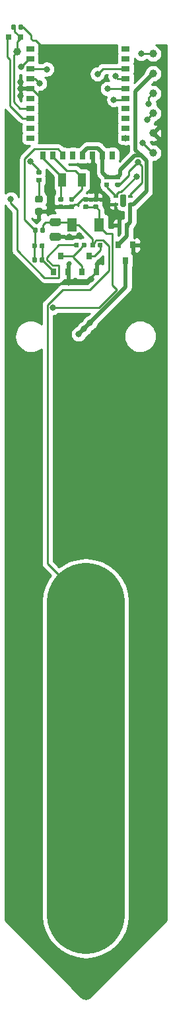
<source format=gbr>
G04 #@! TF.GenerationSoftware,KiCad,Pcbnew,(5.1.2-1)-1*
G04 #@! TF.CreationDate,2021-10-09T10:13:21+02:00*
G04 #@! TF.ProjectId,parasite,70617261-7369-4746-952e-6b696361645f,1.2.0*
G04 #@! TF.SameCoordinates,Original*
G04 #@! TF.FileFunction,Copper,L1,Top*
G04 #@! TF.FilePolarity,Positive*
%FSLAX46Y46*%
G04 Gerber Fmt 4.6, Leading zero omitted, Abs format (unit mm)*
G04 Created by KiCad (PCBNEW (5.1.2-1)-1) date 2021-10-09 10:13:21*
%MOMM*%
%LPD*%
G04 APERTURE LIST*
%ADD10C,1.000000*%
%ADD11R,1.000000X0.650000*%
%ADD12R,0.650000X1.000000*%
%ADD13R,0.800000X0.800000*%
%ADD14C,0.100000*%
%ADD15C,0.590000*%
%ADD16C,0.700000*%
%ADD17C,0.350000*%
%ADD18R,1.000000X1.800000*%
%ADD19R,0.800000X0.900000*%
%ADD20C,0.875000*%
%ADD21C,0.975000*%
%ADD22R,1.300000X1.700000*%
%ADD23C,0.800000*%
%ADD24C,0.250000*%
%ADD25C,10.000000*%
%ADD26C,0.500000*%
%ADD27C,0.254000*%
G04 APERTURE END LIST*
D10*
X59200000Y-31500000D03*
D11*
X60881000Y-42600000D03*
X60881000Y-41330000D03*
X60881000Y-40060000D03*
X60881000Y-38790000D03*
X60881000Y-37520000D03*
X60881000Y-36250000D03*
X60881000Y-34980000D03*
X60881000Y-33710000D03*
X60881000Y-32440000D03*
X60881000Y-31170000D03*
X73119000Y-38790000D03*
X73119000Y-31170000D03*
X73119000Y-37520000D03*
X73119000Y-32440000D03*
X73119000Y-33710000D03*
X73119000Y-34980000D03*
X73119000Y-40060000D03*
X73119000Y-36250000D03*
X73119000Y-41330000D03*
X73119000Y-42600000D03*
D12*
X70150000Y-44819000D03*
X62530000Y-44819000D03*
X68880000Y-44819000D03*
X63800000Y-44819000D03*
X65070000Y-44819000D03*
X66340000Y-44819000D03*
X71420000Y-44819000D03*
X67610000Y-44819000D03*
D13*
X58150000Y-29700000D03*
X59650000Y-29700000D03*
D14*
G36*
X59861958Y-28080710D02*
G01*
X59876276Y-28082834D01*
X59890317Y-28086351D01*
X59903946Y-28091228D01*
X59917031Y-28097417D01*
X59929447Y-28104858D01*
X59941073Y-28113481D01*
X59951798Y-28123202D01*
X59961519Y-28133927D01*
X59970142Y-28145553D01*
X59977583Y-28157969D01*
X59983772Y-28171054D01*
X59988649Y-28184683D01*
X59992166Y-28198724D01*
X59994290Y-28213042D01*
X59995000Y-28227500D01*
X59995000Y-28572500D01*
X59994290Y-28586958D01*
X59992166Y-28601276D01*
X59988649Y-28615317D01*
X59983772Y-28628946D01*
X59977583Y-28642031D01*
X59970142Y-28654447D01*
X59961519Y-28666073D01*
X59951798Y-28676798D01*
X59941073Y-28686519D01*
X59929447Y-28695142D01*
X59917031Y-28702583D01*
X59903946Y-28708772D01*
X59890317Y-28713649D01*
X59876276Y-28717166D01*
X59861958Y-28719290D01*
X59847500Y-28720000D01*
X59552500Y-28720000D01*
X59538042Y-28719290D01*
X59523724Y-28717166D01*
X59509683Y-28713649D01*
X59496054Y-28708772D01*
X59482969Y-28702583D01*
X59470553Y-28695142D01*
X59458927Y-28686519D01*
X59448202Y-28676798D01*
X59438481Y-28666073D01*
X59429858Y-28654447D01*
X59422417Y-28642031D01*
X59416228Y-28628946D01*
X59411351Y-28615317D01*
X59407834Y-28601276D01*
X59405710Y-28586958D01*
X59405000Y-28572500D01*
X59405000Y-28227500D01*
X59405710Y-28213042D01*
X59407834Y-28198724D01*
X59411351Y-28184683D01*
X59416228Y-28171054D01*
X59422417Y-28157969D01*
X59429858Y-28145553D01*
X59438481Y-28133927D01*
X59448202Y-28123202D01*
X59458927Y-28113481D01*
X59470553Y-28104858D01*
X59482969Y-28097417D01*
X59496054Y-28091228D01*
X59509683Y-28086351D01*
X59523724Y-28082834D01*
X59538042Y-28080710D01*
X59552500Y-28080000D01*
X59847500Y-28080000D01*
X59861958Y-28080710D01*
X59861958Y-28080710D01*
G37*
D15*
X59700000Y-28400000D03*
D14*
G36*
X58891958Y-28080710D02*
G01*
X58906276Y-28082834D01*
X58920317Y-28086351D01*
X58933946Y-28091228D01*
X58947031Y-28097417D01*
X58959447Y-28104858D01*
X58971073Y-28113481D01*
X58981798Y-28123202D01*
X58991519Y-28133927D01*
X59000142Y-28145553D01*
X59007583Y-28157969D01*
X59013772Y-28171054D01*
X59018649Y-28184683D01*
X59022166Y-28198724D01*
X59024290Y-28213042D01*
X59025000Y-28227500D01*
X59025000Y-28572500D01*
X59024290Y-28586958D01*
X59022166Y-28601276D01*
X59018649Y-28615317D01*
X59013772Y-28628946D01*
X59007583Y-28642031D01*
X59000142Y-28654447D01*
X58991519Y-28666073D01*
X58981798Y-28676798D01*
X58971073Y-28686519D01*
X58959447Y-28695142D01*
X58947031Y-28702583D01*
X58933946Y-28708772D01*
X58920317Y-28713649D01*
X58906276Y-28717166D01*
X58891958Y-28719290D01*
X58877500Y-28720000D01*
X58582500Y-28720000D01*
X58568042Y-28719290D01*
X58553724Y-28717166D01*
X58539683Y-28713649D01*
X58526054Y-28708772D01*
X58512969Y-28702583D01*
X58500553Y-28695142D01*
X58488927Y-28686519D01*
X58478202Y-28676798D01*
X58468481Y-28666073D01*
X58459858Y-28654447D01*
X58452417Y-28642031D01*
X58446228Y-28628946D01*
X58441351Y-28615317D01*
X58437834Y-28601276D01*
X58435710Y-28586958D01*
X58435000Y-28572500D01*
X58435000Y-28227500D01*
X58435710Y-28213042D01*
X58437834Y-28198724D01*
X58441351Y-28184683D01*
X58446228Y-28171054D01*
X58452417Y-28157969D01*
X58459858Y-28145553D01*
X58468481Y-28133927D01*
X58478202Y-28123202D01*
X58488927Y-28113481D01*
X58500553Y-28104858D01*
X58512969Y-28097417D01*
X58526054Y-28091228D01*
X58539683Y-28086351D01*
X58553724Y-28082834D01*
X58568042Y-28080710D01*
X58582500Y-28080000D01*
X58877500Y-28080000D01*
X58891958Y-28080710D01*
X58891958Y-28080710D01*
G37*
D15*
X58730000Y-28400000D03*
D14*
G36*
X72992153Y-49800843D02*
G01*
X73009141Y-49803363D01*
X73025800Y-49807535D01*
X73041970Y-49813321D01*
X73057494Y-49820664D01*
X73072225Y-49829493D01*
X73086019Y-49839723D01*
X73098744Y-49851256D01*
X73110277Y-49863981D01*
X73120507Y-49877775D01*
X73129336Y-49892506D01*
X73136679Y-49908030D01*
X73142465Y-49924200D01*
X73146637Y-49940859D01*
X73149157Y-49957847D01*
X73150000Y-49975000D01*
X73150000Y-51225000D01*
X73149157Y-51242153D01*
X73146637Y-51259141D01*
X73142465Y-51275800D01*
X73136679Y-51291970D01*
X73129336Y-51307494D01*
X73120507Y-51322225D01*
X73110277Y-51336019D01*
X73098744Y-51348744D01*
X73086019Y-51360277D01*
X73072225Y-51370507D01*
X73057494Y-51379336D01*
X73041970Y-51386679D01*
X73025800Y-51392465D01*
X73009141Y-51396637D01*
X72992153Y-51399157D01*
X72975000Y-51400000D01*
X72625000Y-51400000D01*
X72607847Y-51399157D01*
X72590859Y-51396637D01*
X72574200Y-51392465D01*
X72558030Y-51386679D01*
X72542506Y-51379336D01*
X72527775Y-51370507D01*
X72513981Y-51360277D01*
X72501256Y-51348744D01*
X72489723Y-51336019D01*
X72479493Y-51322225D01*
X72470664Y-51307494D01*
X72463321Y-51291970D01*
X72457535Y-51275800D01*
X72453363Y-51259141D01*
X72450843Y-51242153D01*
X72450000Y-51225000D01*
X72450000Y-49975000D01*
X72450843Y-49957847D01*
X72453363Y-49940859D01*
X72457535Y-49924200D01*
X72463321Y-49908030D01*
X72470664Y-49892506D01*
X72479493Y-49877775D01*
X72489723Y-49863981D01*
X72501256Y-49851256D01*
X72513981Y-49839723D01*
X72527775Y-49829493D01*
X72542506Y-49820664D01*
X72558030Y-49813321D01*
X72574200Y-49807535D01*
X72590859Y-49803363D01*
X72607847Y-49800843D01*
X72625000Y-49800000D01*
X72975000Y-49800000D01*
X72992153Y-49800843D01*
X72992153Y-49800843D01*
G37*
D16*
X72800000Y-50600000D03*
D14*
G36*
X72071076Y-50925421D02*
G01*
X72079570Y-50926681D01*
X72087900Y-50928768D01*
X72095985Y-50931661D01*
X72103747Y-50935332D01*
X72111112Y-50939746D01*
X72118009Y-50944862D01*
X72124372Y-50950628D01*
X72130138Y-50956991D01*
X72135254Y-50963888D01*
X72139668Y-50971253D01*
X72143339Y-50979015D01*
X72146232Y-50987100D01*
X72148319Y-50995430D01*
X72149579Y-51003924D01*
X72150000Y-51012500D01*
X72150000Y-51187500D01*
X72149579Y-51196076D01*
X72148319Y-51204570D01*
X72146232Y-51212900D01*
X72143339Y-51220985D01*
X72139668Y-51228747D01*
X72135254Y-51236112D01*
X72130138Y-51243009D01*
X72124372Y-51249372D01*
X72118009Y-51255138D01*
X72111112Y-51260254D01*
X72103747Y-51264668D01*
X72095985Y-51268339D01*
X72087900Y-51271232D01*
X72079570Y-51273319D01*
X72071076Y-51274579D01*
X72062500Y-51275000D01*
X71687500Y-51275000D01*
X71678924Y-51274579D01*
X71670430Y-51273319D01*
X71662100Y-51271232D01*
X71654015Y-51268339D01*
X71646253Y-51264668D01*
X71638888Y-51260254D01*
X71631991Y-51255138D01*
X71625628Y-51249372D01*
X71619862Y-51243009D01*
X71614746Y-51236112D01*
X71610332Y-51228747D01*
X71606661Y-51220985D01*
X71603768Y-51212900D01*
X71601681Y-51204570D01*
X71600421Y-51196076D01*
X71600000Y-51187500D01*
X71600000Y-51012500D01*
X71600421Y-51003924D01*
X71601681Y-50995430D01*
X71603768Y-50987100D01*
X71606661Y-50979015D01*
X71610332Y-50971253D01*
X71614746Y-50963888D01*
X71619862Y-50956991D01*
X71625628Y-50950628D01*
X71631991Y-50944862D01*
X71638888Y-50939746D01*
X71646253Y-50935332D01*
X71654015Y-50931661D01*
X71662100Y-50928768D01*
X71670430Y-50926681D01*
X71678924Y-50925421D01*
X71687500Y-50925000D01*
X72062500Y-50925000D01*
X72071076Y-50925421D01*
X72071076Y-50925421D01*
G37*
D17*
X71875000Y-51100000D03*
D14*
G36*
X72071076Y-49925421D02*
G01*
X72079570Y-49926681D01*
X72087900Y-49928768D01*
X72095985Y-49931661D01*
X72103747Y-49935332D01*
X72111112Y-49939746D01*
X72118009Y-49944862D01*
X72124372Y-49950628D01*
X72130138Y-49956991D01*
X72135254Y-49963888D01*
X72139668Y-49971253D01*
X72143339Y-49979015D01*
X72146232Y-49987100D01*
X72148319Y-49995430D01*
X72149579Y-50003924D01*
X72150000Y-50012500D01*
X72150000Y-50187500D01*
X72149579Y-50196076D01*
X72148319Y-50204570D01*
X72146232Y-50212900D01*
X72143339Y-50220985D01*
X72139668Y-50228747D01*
X72135254Y-50236112D01*
X72130138Y-50243009D01*
X72124372Y-50249372D01*
X72118009Y-50255138D01*
X72111112Y-50260254D01*
X72103747Y-50264668D01*
X72095985Y-50268339D01*
X72087900Y-50271232D01*
X72079570Y-50273319D01*
X72071076Y-50274579D01*
X72062500Y-50275000D01*
X71687500Y-50275000D01*
X71678924Y-50274579D01*
X71670430Y-50273319D01*
X71662100Y-50271232D01*
X71654015Y-50268339D01*
X71646253Y-50264668D01*
X71638888Y-50260254D01*
X71631991Y-50255138D01*
X71625628Y-50249372D01*
X71619862Y-50243009D01*
X71614746Y-50236112D01*
X71610332Y-50228747D01*
X71606661Y-50220985D01*
X71603768Y-50212900D01*
X71601681Y-50204570D01*
X71600421Y-50196076D01*
X71600000Y-50187500D01*
X71600000Y-50012500D01*
X71600421Y-50003924D01*
X71601681Y-49995430D01*
X71603768Y-49987100D01*
X71606661Y-49979015D01*
X71610332Y-49971253D01*
X71614746Y-49963888D01*
X71619862Y-49956991D01*
X71625628Y-49950628D01*
X71631991Y-49944862D01*
X71638888Y-49939746D01*
X71646253Y-49935332D01*
X71654015Y-49931661D01*
X71662100Y-49928768D01*
X71670430Y-49926681D01*
X71678924Y-49925421D01*
X71687500Y-49925000D01*
X72062500Y-49925000D01*
X72071076Y-49925421D01*
X72071076Y-49925421D01*
G37*
D17*
X71875000Y-50100000D03*
D14*
G36*
X73921076Y-49925421D02*
G01*
X73929570Y-49926681D01*
X73937900Y-49928768D01*
X73945985Y-49931661D01*
X73953747Y-49935332D01*
X73961112Y-49939746D01*
X73968009Y-49944862D01*
X73974372Y-49950628D01*
X73980138Y-49956991D01*
X73985254Y-49963888D01*
X73989668Y-49971253D01*
X73993339Y-49979015D01*
X73996232Y-49987100D01*
X73998319Y-49995430D01*
X73999579Y-50003924D01*
X74000000Y-50012500D01*
X74000000Y-50187500D01*
X73999579Y-50196076D01*
X73998319Y-50204570D01*
X73996232Y-50212900D01*
X73993339Y-50220985D01*
X73989668Y-50228747D01*
X73985254Y-50236112D01*
X73980138Y-50243009D01*
X73974372Y-50249372D01*
X73968009Y-50255138D01*
X73961112Y-50260254D01*
X73953747Y-50264668D01*
X73945985Y-50268339D01*
X73937900Y-50271232D01*
X73929570Y-50273319D01*
X73921076Y-50274579D01*
X73912500Y-50275000D01*
X73537500Y-50275000D01*
X73528924Y-50274579D01*
X73520430Y-50273319D01*
X73512100Y-50271232D01*
X73504015Y-50268339D01*
X73496253Y-50264668D01*
X73488888Y-50260254D01*
X73481991Y-50255138D01*
X73475628Y-50249372D01*
X73469862Y-50243009D01*
X73464746Y-50236112D01*
X73460332Y-50228747D01*
X73456661Y-50220985D01*
X73453768Y-50212900D01*
X73451681Y-50204570D01*
X73450421Y-50196076D01*
X73450000Y-50187500D01*
X73450000Y-50012500D01*
X73450421Y-50003924D01*
X73451681Y-49995430D01*
X73453768Y-49987100D01*
X73456661Y-49979015D01*
X73460332Y-49971253D01*
X73464746Y-49963888D01*
X73469862Y-49956991D01*
X73475628Y-49950628D01*
X73481991Y-49944862D01*
X73488888Y-49939746D01*
X73496253Y-49935332D01*
X73504015Y-49931661D01*
X73512100Y-49928768D01*
X73520430Y-49926681D01*
X73528924Y-49925421D01*
X73537500Y-49925000D01*
X73912500Y-49925000D01*
X73921076Y-49925421D01*
X73921076Y-49925421D01*
G37*
D17*
X73725000Y-50100000D03*
D14*
G36*
X73921076Y-50925421D02*
G01*
X73929570Y-50926681D01*
X73937900Y-50928768D01*
X73945985Y-50931661D01*
X73953747Y-50935332D01*
X73961112Y-50939746D01*
X73968009Y-50944862D01*
X73974372Y-50950628D01*
X73980138Y-50956991D01*
X73985254Y-50963888D01*
X73989668Y-50971253D01*
X73993339Y-50979015D01*
X73996232Y-50987100D01*
X73998319Y-50995430D01*
X73999579Y-51003924D01*
X74000000Y-51012500D01*
X74000000Y-51187500D01*
X73999579Y-51196076D01*
X73998319Y-51204570D01*
X73996232Y-51212900D01*
X73993339Y-51220985D01*
X73989668Y-51228747D01*
X73985254Y-51236112D01*
X73980138Y-51243009D01*
X73974372Y-51249372D01*
X73968009Y-51255138D01*
X73961112Y-51260254D01*
X73953747Y-51264668D01*
X73945985Y-51268339D01*
X73937900Y-51271232D01*
X73929570Y-51273319D01*
X73921076Y-51274579D01*
X73912500Y-51275000D01*
X73537500Y-51275000D01*
X73528924Y-51274579D01*
X73520430Y-51273319D01*
X73512100Y-51271232D01*
X73504015Y-51268339D01*
X73496253Y-51264668D01*
X73488888Y-51260254D01*
X73481991Y-51255138D01*
X73475628Y-51249372D01*
X73469862Y-51243009D01*
X73464746Y-51236112D01*
X73460332Y-51228747D01*
X73456661Y-51220985D01*
X73453768Y-51212900D01*
X73451681Y-51204570D01*
X73450421Y-51196076D01*
X73450000Y-51187500D01*
X73450000Y-51012500D01*
X73450421Y-51003924D01*
X73451681Y-50995430D01*
X73453768Y-50987100D01*
X73456661Y-50979015D01*
X73460332Y-50971253D01*
X73464746Y-50963888D01*
X73469862Y-50956991D01*
X73475628Y-50950628D01*
X73481991Y-50944862D01*
X73488888Y-50939746D01*
X73496253Y-50935332D01*
X73504015Y-50931661D01*
X73512100Y-50928768D01*
X73520430Y-50926681D01*
X73528924Y-50925421D01*
X73537500Y-50925000D01*
X73912500Y-50925000D01*
X73921076Y-50925421D01*
X73921076Y-50925421D01*
G37*
D17*
X73725000Y-51100000D03*
D18*
X67500000Y-48000000D03*
X65000000Y-48000000D03*
D14*
G36*
X72286958Y-48275710D02*
G01*
X72301276Y-48277834D01*
X72315317Y-48281351D01*
X72328946Y-48286228D01*
X72342031Y-48292417D01*
X72354447Y-48299858D01*
X72366073Y-48308481D01*
X72376798Y-48318202D01*
X72386519Y-48328927D01*
X72395142Y-48340553D01*
X72402583Y-48352969D01*
X72408772Y-48366054D01*
X72413649Y-48379683D01*
X72417166Y-48393724D01*
X72419290Y-48408042D01*
X72420000Y-48422500D01*
X72420000Y-48717500D01*
X72419290Y-48731958D01*
X72417166Y-48746276D01*
X72413649Y-48760317D01*
X72408772Y-48773946D01*
X72402583Y-48787031D01*
X72395142Y-48799447D01*
X72386519Y-48811073D01*
X72376798Y-48821798D01*
X72366073Y-48831519D01*
X72354447Y-48840142D01*
X72342031Y-48847583D01*
X72328946Y-48853772D01*
X72315317Y-48858649D01*
X72301276Y-48862166D01*
X72286958Y-48864290D01*
X72272500Y-48865000D01*
X71927500Y-48865000D01*
X71913042Y-48864290D01*
X71898724Y-48862166D01*
X71884683Y-48858649D01*
X71871054Y-48853772D01*
X71857969Y-48847583D01*
X71845553Y-48840142D01*
X71833927Y-48831519D01*
X71823202Y-48821798D01*
X71813481Y-48811073D01*
X71804858Y-48799447D01*
X71797417Y-48787031D01*
X71791228Y-48773946D01*
X71786351Y-48760317D01*
X71782834Y-48746276D01*
X71780710Y-48731958D01*
X71780000Y-48717500D01*
X71780000Y-48422500D01*
X71780710Y-48408042D01*
X71782834Y-48393724D01*
X71786351Y-48379683D01*
X71791228Y-48366054D01*
X71797417Y-48352969D01*
X71804858Y-48340553D01*
X71813481Y-48328927D01*
X71823202Y-48318202D01*
X71833927Y-48308481D01*
X71845553Y-48299858D01*
X71857969Y-48292417D01*
X71871054Y-48286228D01*
X71884683Y-48281351D01*
X71898724Y-48277834D01*
X71913042Y-48275710D01*
X71927500Y-48275000D01*
X72272500Y-48275000D01*
X72286958Y-48275710D01*
X72286958Y-48275710D01*
G37*
D15*
X72100000Y-48570000D03*
D14*
G36*
X72286958Y-47305710D02*
G01*
X72301276Y-47307834D01*
X72315317Y-47311351D01*
X72328946Y-47316228D01*
X72342031Y-47322417D01*
X72354447Y-47329858D01*
X72366073Y-47338481D01*
X72376798Y-47348202D01*
X72386519Y-47358927D01*
X72395142Y-47370553D01*
X72402583Y-47382969D01*
X72408772Y-47396054D01*
X72413649Y-47409683D01*
X72417166Y-47423724D01*
X72419290Y-47438042D01*
X72420000Y-47452500D01*
X72420000Y-47747500D01*
X72419290Y-47761958D01*
X72417166Y-47776276D01*
X72413649Y-47790317D01*
X72408772Y-47803946D01*
X72402583Y-47817031D01*
X72395142Y-47829447D01*
X72386519Y-47841073D01*
X72376798Y-47851798D01*
X72366073Y-47861519D01*
X72354447Y-47870142D01*
X72342031Y-47877583D01*
X72328946Y-47883772D01*
X72315317Y-47888649D01*
X72301276Y-47892166D01*
X72286958Y-47894290D01*
X72272500Y-47895000D01*
X71927500Y-47895000D01*
X71913042Y-47894290D01*
X71898724Y-47892166D01*
X71884683Y-47888649D01*
X71871054Y-47883772D01*
X71857969Y-47877583D01*
X71845553Y-47870142D01*
X71833927Y-47861519D01*
X71823202Y-47851798D01*
X71813481Y-47841073D01*
X71804858Y-47829447D01*
X71797417Y-47817031D01*
X71791228Y-47803946D01*
X71786351Y-47790317D01*
X71782834Y-47776276D01*
X71780710Y-47761958D01*
X71780000Y-47747500D01*
X71780000Y-47452500D01*
X71780710Y-47438042D01*
X71782834Y-47423724D01*
X71786351Y-47409683D01*
X71791228Y-47396054D01*
X71797417Y-47382969D01*
X71804858Y-47370553D01*
X71813481Y-47358927D01*
X71823202Y-47348202D01*
X71833927Y-47338481D01*
X71845553Y-47329858D01*
X71857969Y-47322417D01*
X71871054Y-47316228D01*
X71884683Y-47311351D01*
X71898724Y-47307834D01*
X71913042Y-47305710D01*
X71927500Y-47305000D01*
X72272500Y-47305000D01*
X72286958Y-47305710D01*
X72286958Y-47305710D01*
G37*
D15*
X72100000Y-47600000D03*
D14*
G36*
X70886958Y-47305710D02*
G01*
X70901276Y-47307834D01*
X70915317Y-47311351D01*
X70928946Y-47316228D01*
X70942031Y-47322417D01*
X70954447Y-47329858D01*
X70966073Y-47338481D01*
X70976798Y-47348202D01*
X70986519Y-47358927D01*
X70995142Y-47370553D01*
X71002583Y-47382969D01*
X71008772Y-47396054D01*
X71013649Y-47409683D01*
X71017166Y-47423724D01*
X71019290Y-47438042D01*
X71020000Y-47452500D01*
X71020000Y-47747500D01*
X71019290Y-47761958D01*
X71017166Y-47776276D01*
X71013649Y-47790317D01*
X71008772Y-47803946D01*
X71002583Y-47817031D01*
X70995142Y-47829447D01*
X70986519Y-47841073D01*
X70976798Y-47851798D01*
X70966073Y-47861519D01*
X70954447Y-47870142D01*
X70942031Y-47877583D01*
X70928946Y-47883772D01*
X70915317Y-47888649D01*
X70901276Y-47892166D01*
X70886958Y-47894290D01*
X70872500Y-47895000D01*
X70527500Y-47895000D01*
X70513042Y-47894290D01*
X70498724Y-47892166D01*
X70484683Y-47888649D01*
X70471054Y-47883772D01*
X70457969Y-47877583D01*
X70445553Y-47870142D01*
X70433927Y-47861519D01*
X70423202Y-47851798D01*
X70413481Y-47841073D01*
X70404858Y-47829447D01*
X70397417Y-47817031D01*
X70391228Y-47803946D01*
X70386351Y-47790317D01*
X70382834Y-47776276D01*
X70380710Y-47761958D01*
X70380000Y-47747500D01*
X70380000Y-47452500D01*
X70380710Y-47438042D01*
X70382834Y-47423724D01*
X70386351Y-47409683D01*
X70391228Y-47396054D01*
X70397417Y-47382969D01*
X70404858Y-47370553D01*
X70413481Y-47358927D01*
X70423202Y-47348202D01*
X70433927Y-47338481D01*
X70445553Y-47329858D01*
X70457969Y-47322417D01*
X70471054Y-47316228D01*
X70484683Y-47311351D01*
X70498724Y-47307834D01*
X70513042Y-47305710D01*
X70527500Y-47305000D01*
X70872500Y-47305000D01*
X70886958Y-47305710D01*
X70886958Y-47305710D01*
G37*
D15*
X70700000Y-47600000D03*
D14*
G36*
X70886958Y-48275710D02*
G01*
X70901276Y-48277834D01*
X70915317Y-48281351D01*
X70928946Y-48286228D01*
X70942031Y-48292417D01*
X70954447Y-48299858D01*
X70966073Y-48308481D01*
X70976798Y-48318202D01*
X70986519Y-48328927D01*
X70995142Y-48340553D01*
X71002583Y-48352969D01*
X71008772Y-48366054D01*
X71013649Y-48379683D01*
X71017166Y-48393724D01*
X71019290Y-48408042D01*
X71020000Y-48422500D01*
X71020000Y-48717500D01*
X71019290Y-48731958D01*
X71017166Y-48746276D01*
X71013649Y-48760317D01*
X71008772Y-48773946D01*
X71002583Y-48787031D01*
X70995142Y-48799447D01*
X70986519Y-48811073D01*
X70976798Y-48821798D01*
X70966073Y-48831519D01*
X70954447Y-48840142D01*
X70942031Y-48847583D01*
X70928946Y-48853772D01*
X70915317Y-48858649D01*
X70901276Y-48862166D01*
X70886958Y-48864290D01*
X70872500Y-48865000D01*
X70527500Y-48865000D01*
X70513042Y-48864290D01*
X70498724Y-48862166D01*
X70484683Y-48858649D01*
X70471054Y-48853772D01*
X70457969Y-48847583D01*
X70445553Y-48840142D01*
X70433927Y-48831519D01*
X70423202Y-48821798D01*
X70413481Y-48811073D01*
X70404858Y-48799447D01*
X70397417Y-48787031D01*
X70391228Y-48773946D01*
X70386351Y-48760317D01*
X70382834Y-48746276D01*
X70380710Y-48731958D01*
X70380000Y-48717500D01*
X70380000Y-48422500D01*
X70380710Y-48408042D01*
X70382834Y-48393724D01*
X70386351Y-48379683D01*
X70391228Y-48366054D01*
X70397417Y-48352969D01*
X70404858Y-48340553D01*
X70413481Y-48328927D01*
X70423202Y-48318202D01*
X70433927Y-48308481D01*
X70445553Y-48299858D01*
X70457969Y-48292417D01*
X70471054Y-48286228D01*
X70484683Y-48281351D01*
X70498724Y-48277834D01*
X70513042Y-48275710D01*
X70527500Y-48275000D01*
X70872500Y-48275000D01*
X70886958Y-48275710D01*
X70886958Y-48275710D01*
G37*
D15*
X70700000Y-48570000D03*
D14*
G36*
X69486958Y-50135710D02*
G01*
X69501276Y-50137834D01*
X69515317Y-50141351D01*
X69528946Y-50146228D01*
X69542031Y-50152417D01*
X69554447Y-50159858D01*
X69566073Y-50168481D01*
X69576798Y-50178202D01*
X69586519Y-50188927D01*
X69595142Y-50200553D01*
X69602583Y-50212969D01*
X69608772Y-50226054D01*
X69613649Y-50239683D01*
X69617166Y-50253724D01*
X69619290Y-50268042D01*
X69620000Y-50282500D01*
X69620000Y-50577500D01*
X69619290Y-50591958D01*
X69617166Y-50606276D01*
X69613649Y-50620317D01*
X69608772Y-50633946D01*
X69602583Y-50647031D01*
X69595142Y-50659447D01*
X69586519Y-50671073D01*
X69576798Y-50681798D01*
X69566073Y-50691519D01*
X69554447Y-50700142D01*
X69542031Y-50707583D01*
X69528946Y-50713772D01*
X69515317Y-50718649D01*
X69501276Y-50722166D01*
X69486958Y-50724290D01*
X69472500Y-50725000D01*
X69127500Y-50725000D01*
X69113042Y-50724290D01*
X69098724Y-50722166D01*
X69084683Y-50718649D01*
X69071054Y-50713772D01*
X69057969Y-50707583D01*
X69045553Y-50700142D01*
X69033927Y-50691519D01*
X69023202Y-50681798D01*
X69013481Y-50671073D01*
X69004858Y-50659447D01*
X68997417Y-50647031D01*
X68991228Y-50633946D01*
X68986351Y-50620317D01*
X68982834Y-50606276D01*
X68980710Y-50591958D01*
X68980000Y-50577500D01*
X68980000Y-50282500D01*
X68980710Y-50268042D01*
X68982834Y-50253724D01*
X68986351Y-50239683D01*
X68991228Y-50226054D01*
X68997417Y-50212969D01*
X69004858Y-50200553D01*
X69013481Y-50188927D01*
X69023202Y-50178202D01*
X69033927Y-50168481D01*
X69045553Y-50159858D01*
X69057969Y-50152417D01*
X69071054Y-50146228D01*
X69084683Y-50141351D01*
X69098724Y-50137834D01*
X69113042Y-50135710D01*
X69127500Y-50135000D01*
X69472500Y-50135000D01*
X69486958Y-50135710D01*
X69486958Y-50135710D01*
G37*
D15*
X69300000Y-50430000D03*
D14*
G36*
X69486958Y-51105710D02*
G01*
X69501276Y-51107834D01*
X69515317Y-51111351D01*
X69528946Y-51116228D01*
X69542031Y-51122417D01*
X69554447Y-51129858D01*
X69566073Y-51138481D01*
X69576798Y-51148202D01*
X69586519Y-51158927D01*
X69595142Y-51170553D01*
X69602583Y-51182969D01*
X69608772Y-51196054D01*
X69613649Y-51209683D01*
X69617166Y-51223724D01*
X69619290Y-51238042D01*
X69620000Y-51252500D01*
X69620000Y-51547500D01*
X69619290Y-51561958D01*
X69617166Y-51576276D01*
X69613649Y-51590317D01*
X69608772Y-51603946D01*
X69602583Y-51617031D01*
X69595142Y-51629447D01*
X69586519Y-51641073D01*
X69576798Y-51651798D01*
X69566073Y-51661519D01*
X69554447Y-51670142D01*
X69542031Y-51677583D01*
X69528946Y-51683772D01*
X69515317Y-51688649D01*
X69501276Y-51692166D01*
X69486958Y-51694290D01*
X69472500Y-51695000D01*
X69127500Y-51695000D01*
X69113042Y-51694290D01*
X69098724Y-51692166D01*
X69084683Y-51688649D01*
X69071054Y-51683772D01*
X69057969Y-51677583D01*
X69045553Y-51670142D01*
X69033927Y-51661519D01*
X69023202Y-51651798D01*
X69013481Y-51641073D01*
X69004858Y-51629447D01*
X68997417Y-51617031D01*
X68991228Y-51603946D01*
X68986351Y-51590317D01*
X68982834Y-51576276D01*
X68980710Y-51561958D01*
X68980000Y-51547500D01*
X68980000Y-51252500D01*
X68980710Y-51238042D01*
X68982834Y-51223724D01*
X68986351Y-51209683D01*
X68991228Y-51196054D01*
X68997417Y-51182969D01*
X69004858Y-51170553D01*
X69013481Y-51158927D01*
X69023202Y-51148202D01*
X69033927Y-51138481D01*
X69045553Y-51129858D01*
X69057969Y-51122417D01*
X69071054Y-51116228D01*
X69084683Y-51111351D01*
X69098724Y-51107834D01*
X69113042Y-51105710D01*
X69127500Y-51105000D01*
X69472500Y-51105000D01*
X69486958Y-51105710D01*
X69486958Y-51105710D01*
G37*
D15*
X69300000Y-51400000D03*
D14*
G36*
X70031958Y-55980710D02*
G01*
X70046276Y-55982834D01*
X70060317Y-55986351D01*
X70073946Y-55991228D01*
X70087031Y-55997417D01*
X70099447Y-56004858D01*
X70111073Y-56013481D01*
X70121798Y-56023202D01*
X70131519Y-56033927D01*
X70140142Y-56045553D01*
X70147583Y-56057969D01*
X70153772Y-56071054D01*
X70158649Y-56084683D01*
X70162166Y-56098724D01*
X70164290Y-56113042D01*
X70165000Y-56127500D01*
X70165000Y-56472500D01*
X70164290Y-56486958D01*
X70162166Y-56501276D01*
X70158649Y-56515317D01*
X70153772Y-56528946D01*
X70147583Y-56542031D01*
X70140142Y-56554447D01*
X70131519Y-56566073D01*
X70121798Y-56576798D01*
X70111073Y-56586519D01*
X70099447Y-56595142D01*
X70087031Y-56602583D01*
X70073946Y-56608772D01*
X70060317Y-56613649D01*
X70046276Y-56617166D01*
X70031958Y-56619290D01*
X70017500Y-56620000D01*
X69722500Y-56620000D01*
X69708042Y-56619290D01*
X69693724Y-56617166D01*
X69679683Y-56613649D01*
X69666054Y-56608772D01*
X69652969Y-56602583D01*
X69640553Y-56595142D01*
X69628927Y-56586519D01*
X69618202Y-56576798D01*
X69608481Y-56566073D01*
X69599858Y-56554447D01*
X69592417Y-56542031D01*
X69586228Y-56528946D01*
X69581351Y-56515317D01*
X69577834Y-56501276D01*
X69575710Y-56486958D01*
X69575000Y-56472500D01*
X69575000Y-56127500D01*
X69575710Y-56113042D01*
X69577834Y-56098724D01*
X69581351Y-56084683D01*
X69586228Y-56071054D01*
X69592417Y-56057969D01*
X69599858Y-56045553D01*
X69608481Y-56033927D01*
X69618202Y-56023202D01*
X69628927Y-56013481D01*
X69640553Y-56004858D01*
X69652969Y-55997417D01*
X69666054Y-55991228D01*
X69679683Y-55986351D01*
X69693724Y-55982834D01*
X69708042Y-55980710D01*
X69722500Y-55980000D01*
X70017500Y-55980000D01*
X70031958Y-55980710D01*
X70031958Y-55980710D01*
G37*
D15*
X69870000Y-56300000D03*
D14*
G36*
X69061958Y-55980710D02*
G01*
X69076276Y-55982834D01*
X69090317Y-55986351D01*
X69103946Y-55991228D01*
X69117031Y-55997417D01*
X69129447Y-56004858D01*
X69141073Y-56013481D01*
X69151798Y-56023202D01*
X69161519Y-56033927D01*
X69170142Y-56045553D01*
X69177583Y-56057969D01*
X69183772Y-56071054D01*
X69188649Y-56084683D01*
X69192166Y-56098724D01*
X69194290Y-56113042D01*
X69195000Y-56127500D01*
X69195000Y-56472500D01*
X69194290Y-56486958D01*
X69192166Y-56501276D01*
X69188649Y-56515317D01*
X69183772Y-56528946D01*
X69177583Y-56542031D01*
X69170142Y-56554447D01*
X69161519Y-56566073D01*
X69151798Y-56576798D01*
X69141073Y-56586519D01*
X69129447Y-56595142D01*
X69117031Y-56602583D01*
X69103946Y-56608772D01*
X69090317Y-56613649D01*
X69076276Y-56617166D01*
X69061958Y-56619290D01*
X69047500Y-56620000D01*
X68752500Y-56620000D01*
X68738042Y-56619290D01*
X68723724Y-56617166D01*
X68709683Y-56613649D01*
X68696054Y-56608772D01*
X68682969Y-56602583D01*
X68670553Y-56595142D01*
X68658927Y-56586519D01*
X68648202Y-56576798D01*
X68638481Y-56566073D01*
X68629858Y-56554447D01*
X68622417Y-56542031D01*
X68616228Y-56528946D01*
X68611351Y-56515317D01*
X68607834Y-56501276D01*
X68605710Y-56486958D01*
X68605000Y-56472500D01*
X68605000Y-56127500D01*
X68605710Y-56113042D01*
X68607834Y-56098724D01*
X68611351Y-56084683D01*
X68616228Y-56071054D01*
X68622417Y-56057969D01*
X68629858Y-56045553D01*
X68638481Y-56033927D01*
X68648202Y-56023202D01*
X68658927Y-56013481D01*
X68670553Y-56004858D01*
X68682969Y-55997417D01*
X68696054Y-55991228D01*
X68709683Y-55986351D01*
X68723724Y-55982834D01*
X68738042Y-55980710D01*
X68752500Y-55980000D01*
X69047500Y-55980000D01*
X69061958Y-55980710D01*
X69061958Y-55980710D01*
G37*
D15*
X68900000Y-56300000D03*
D14*
G36*
X61591958Y-57880710D02*
G01*
X61606276Y-57882834D01*
X61620317Y-57886351D01*
X61633946Y-57891228D01*
X61647031Y-57897417D01*
X61659447Y-57904858D01*
X61671073Y-57913481D01*
X61681798Y-57923202D01*
X61691519Y-57933927D01*
X61700142Y-57945553D01*
X61707583Y-57957969D01*
X61713772Y-57971054D01*
X61718649Y-57984683D01*
X61722166Y-57998724D01*
X61724290Y-58013042D01*
X61725000Y-58027500D01*
X61725000Y-58372500D01*
X61724290Y-58386958D01*
X61722166Y-58401276D01*
X61718649Y-58415317D01*
X61713772Y-58428946D01*
X61707583Y-58442031D01*
X61700142Y-58454447D01*
X61691519Y-58466073D01*
X61681798Y-58476798D01*
X61671073Y-58486519D01*
X61659447Y-58495142D01*
X61647031Y-58502583D01*
X61633946Y-58508772D01*
X61620317Y-58513649D01*
X61606276Y-58517166D01*
X61591958Y-58519290D01*
X61577500Y-58520000D01*
X61282500Y-58520000D01*
X61268042Y-58519290D01*
X61253724Y-58517166D01*
X61239683Y-58513649D01*
X61226054Y-58508772D01*
X61212969Y-58502583D01*
X61200553Y-58495142D01*
X61188927Y-58486519D01*
X61178202Y-58476798D01*
X61168481Y-58466073D01*
X61159858Y-58454447D01*
X61152417Y-58442031D01*
X61146228Y-58428946D01*
X61141351Y-58415317D01*
X61137834Y-58401276D01*
X61135710Y-58386958D01*
X61135000Y-58372500D01*
X61135000Y-58027500D01*
X61135710Y-58013042D01*
X61137834Y-57998724D01*
X61141351Y-57984683D01*
X61146228Y-57971054D01*
X61152417Y-57957969D01*
X61159858Y-57945553D01*
X61168481Y-57933927D01*
X61178202Y-57923202D01*
X61188927Y-57913481D01*
X61200553Y-57904858D01*
X61212969Y-57897417D01*
X61226054Y-57891228D01*
X61239683Y-57886351D01*
X61253724Y-57882834D01*
X61268042Y-57880710D01*
X61282500Y-57880000D01*
X61577500Y-57880000D01*
X61591958Y-57880710D01*
X61591958Y-57880710D01*
G37*
D15*
X61430000Y-58200000D03*
D14*
G36*
X62561958Y-57880710D02*
G01*
X62576276Y-57882834D01*
X62590317Y-57886351D01*
X62603946Y-57891228D01*
X62617031Y-57897417D01*
X62629447Y-57904858D01*
X62641073Y-57913481D01*
X62651798Y-57923202D01*
X62661519Y-57933927D01*
X62670142Y-57945553D01*
X62677583Y-57957969D01*
X62683772Y-57971054D01*
X62688649Y-57984683D01*
X62692166Y-57998724D01*
X62694290Y-58013042D01*
X62695000Y-58027500D01*
X62695000Y-58372500D01*
X62694290Y-58386958D01*
X62692166Y-58401276D01*
X62688649Y-58415317D01*
X62683772Y-58428946D01*
X62677583Y-58442031D01*
X62670142Y-58454447D01*
X62661519Y-58466073D01*
X62651798Y-58476798D01*
X62641073Y-58486519D01*
X62629447Y-58495142D01*
X62617031Y-58502583D01*
X62603946Y-58508772D01*
X62590317Y-58513649D01*
X62576276Y-58517166D01*
X62561958Y-58519290D01*
X62547500Y-58520000D01*
X62252500Y-58520000D01*
X62238042Y-58519290D01*
X62223724Y-58517166D01*
X62209683Y-58513649D01*
X62196054Y-58508772D01*
X62182969Y-58502583D01*
X62170553Y-58495142D01*
X62158927Y-58486519D01*
X62148202Y-58476798D01*
X62138481Y-58466073D01*
X62129858Y-58454447D01*
X62122417Y-58442031D01*
X62116228Y-58428946D01*
X62111351Y-58415317D01*
X62107834Y-58401276D01*
X62105710Y-58386958D01*
X62105000Y-58372500D01*
X62105000Y-58027500D01*
X62105710Y-58013042D01*
X62107834Y-57998724D01*
X62111351Y-57984683D01*
X62116228Y-57971054D01*
X62122417Y-57957969D01*
X62129858Y-57945553D01*
X62138481Y-57933927D01*
X62148202Y-57923202D01*
X62158927Y-57913481D01*
X62170553Y-57904858D01*
X62182969Y-57897417D01*
X62196054Y-57891228D01*
X62209683Y-57886351D01*
X62223724Y-57882834D01*
X62238042Y-57880710D01*
X62252500Y-57880000D01*
X62547500Y-57880000D01*
X62561958Y-57880710D01*
X62561958Y-57880710D01*
G37*
D15*
X62400000Y-58200000D03*
D14*
G36*
X67946958Y-55980710D02*
G01*
X67961276Y-55982834D01*
X67975317Y-55986351D01*
X67988946Y-55991228D01*
X68002031Y-55997417D01*
X68014447Y-56004858D01*
X68026073Y-56013481D01*
X68036798Y-56023202D01*
X68046519Y-56033927D01*
X68055142Y-56045553D01*
X68062583Y-56057969D01*
X68068772Y-56071054D01*
X68073649Y-56084683D01*
X68077166Y-56098724D01*
X68079290Y-56113042D01*
X68080000Y-56127500D01*
X68080000Y-56472500D01*
X68079290Y-56486958D01*
X68077166Y-56501276D01*
X68073649Y-56515317D01*
X68068772Y-56528946D01*
X68062583Y-56542031D01*
X68055142Y-56554447D01*
X68046519Y-56566073D01*
X68036798Y-56576798D01*
X68026073Y-56586519D01*
X68014447Y-56595142D01*
X68002031Y-56602583D01*
X67988946Y-56608772D01*
X67975317Y-56613649D01*
X67961276Y-56617166D01*
X67946958Y-56619290D01*
X67932500Y-56620000D01*
X67637500Y-56620000D01*
X67623042Y-56619290D01*
X67608724Y-56617166D01*
X67594683Y-56613649D01*
X67581054Y-56608772D01*
X67567969Y-56602583D01*
X67555553Y-56595142D01*
X67543927Y-56586519D01*
X67533202Y-56576798D01*
X67523481Y-56566073D01*
X67514858Y-56554447D01*
X67507417Y-56542031D01*
X67501228Y-56528946D01*
X67496351Y-56515317D01*
X67492834Y-56501276D01*
X67490710Y-56486958D01*
X67490000Y-56472500D01*
X67490000Y-56127500D01*
X67490710Y-56113042D01*
X67492834Y-56098724D01*
X67496351Y-56084683D01*
X67501228Y-56071054D01*
X67507417Y-56057969D01*
X67514858Y-56045553D01*
X67523481Y-56033927D01*
X67533202Y-56023202D01*
X67543927Y-56013481D01*
X67555553Y-56004858D01*
X67567969Y-55997417D01*
X67581054Y-55991228D01*
X67594683Y-55986351D01*
X67608724Y-55982834D01*
X67623042Y-55980710D01*
X67637500Y-55980000D01*
X67932500Y-55980000D01*
X67946958Y-55980710D01*
X67946958Y-55980710D01*
G37*
D15*
X67785000Y-56300000D03*
D14*
G36*
X66976958Y-55980710D02*
G01*
X66991276Y-55982834D01*
X67005317Y-55986351D01*
X67018946Y-55991228D01*
X67032031Y-55997417D01*
X67044447Y-56004858D01*
X67056073Y-56013481D01*
X67066798Y-56023202D01*
X67076519Y-56033927D01*
X67085142Y-56045553D01*
X67092583Y-56057969D01*
X67098772Y-56071054D01*
X67103649Y-56084683D01*
X67107166Y-56098724D01*
X67109290Y-56113042D01*
X67110000Y-56127500D01*
X67110000Y-56472500D01*
X67109290Y-56486958D01*
X67107166Y-56501276D01*
X67103649Y-56515317D01*
X67098772Y-56528946D01*
X67092583Y-56542031D01*
X67085142Y-56554447D01*
X67076519Y-56566073D01*
X67066798Y-56576798D01*
X67056073Y-56586519D01*
X67044447Y-56595142D01*
X67032031Y-56602583D01*
X67018946Y-56608772D01*
X67005317Y-56613649D01*
X66991276Y-56617166D01*
X66976958Y-56619290D01*
X66962500Y-56620000D01*
X66667500Y-56620000D01*
X66653042Y-56619290D01*
X66638724Y-56617166D01*
X66624683Y-56613649D01*
X66611054Y-56608772D01*
X66597969Y-56602583D01*
X66585553Y-56595142D01*
X66573927Y-56586519D01*
X66563202Y-56576798D01*
X66553481Y-56566073D01*
X66544858Y-56554447D01*
X66537417Y-56542031D01*
X66531228Y-56528946D01*
X66526351Y-56515317D01*
X66522834Y-56501276D01*
X66520710Y-56486958D01*
X66520000Y-56472500D01*
X66520000Y-56127500D01*
X66520710Y-56113042D01*
X66522834Y-56098724D01*
X66526351Y-56084683D01*
X66531228Y-56071054D01*
X66537417Y-56057969D01*
X66544858Y-56045553D01*
X66553481Y-56033927D01*
X66563202Y-56023202D01*
X66573927Y-56013481D01*
X66585553Y-56004858D01*
X66597969Y-55997417D01*
X66611054Y-55991228D01*
X66624683Y-55986351D01*
X66638724Y-55982834D01*
X66653042Y-55980710D01*
X66667500Y-55980000D01*
X66962500Y-55980000D01*
X66976958Y-55980710D01*
X66976958Y-55980710D01*
G37*
D15*
X66815000Y-56300000D03*
D14*
G36*
X62186958Y-47675710D02*
G01*
X62201276Y-47677834D01*
X62215317Y-47681351D01*
X62228946Y-47686228D01*
X62242031Y-47692417D01*
X62254447Y-47699858D01*
X62266073Y-47708481D01*
X62276798Y-47718202D01*
X62286519Y-47728927D01*
X62295142Y-47740553D01*
X62302583Y-47752969D01*
X62308772Y-47766054D01*
X62313649Y-47779683D01*
X62317166Y-47793724D01*
X62319290Y-47808042D01*
X62320000Y-47822500D01*
X62320000Y-48117500D01*
X62319290Y-48131958D01*
X62317166Y-48146276D01*
X62313649Y-48160317D01*
X62308772Y-48173946D01*
X62302583Y-48187031D01*
X62295142Y-48199447D01*
X62286519Y-48211073D01*
X62276798Y-48221798D01*
X62266073Y-48231519D01*
X62254447Y-48240142D01*
X62242031Y-48247583D01*
X62228946Y-48253772D01*
X62215317Y-48258649D01*
X62201276Y-48262166D01*
X62186958Y-48264290D01*
X62172500Y-48265000D01*
X61827500Y-48265000D01*
X61813042Y-48264290D01*
X61798724Y-48262166D01*
X61784683Y-48258649D01*
X61771054Y-48253772D01*
X61757969Y-48247583D01*
X61745553Y-48240142D01*
X61733927Y-48231519D01*
X61723202Y-48221798D01*
X61713481Y-48211073D01*
X61704858Y-48199447D01*
X61697417Y-48187031D01*
X61691228Y-48173946D01*
X61686351Y-48160317D01*
X61682834Y-48146276D01*
X61680710Y-48131958D01*
X61680000Y-48117500D01*
X61680000Y-47822500D01*
X61680710Y-47808042D01*
X61682834Y-47793724D01*
X61686351Y-47779683D01*
X61691228Y-47766054D01*
X61697417Y-47752969D01*
X61704858Y-47740553D01*
X61713481Y-47728927D01*
X61723202Y-47718202D01*
X61733927Y-47708481D01*
X61745553Y-47699858D01*
X61757969Y-47692417D01*
X61771054Y-47686228D01*
X61784683Y-47681351D01*
X61798724Y-47677834D01*
X61813042Y-47675710D01*
X61827500Y-47675000D01*
X62172500Y-47675000D01*
X62186958Y-47675710D01*
X62186958Y-47675710D01*
G37*
D15*
X62000000Y-47970000D03*
D14*
G36*
X62186958Y-46705710D02*
G01*
X62201276Y-46707834D01*
X62215317Y-46711351D01*
X62228946Y-46716228D01*
X62242031Y-46722417D01*
X62254447Y-46729858D01*
X62266073Y-46738481D01*
X62276798Y-46748202D01*
X62286519Y-46758927D01*
X62295142Y-46770553D01*
X62302583Y-46782969D01*
X62308772Y-46796054D01*
X62313649Y-46809683D01*
X62317166Y-46823724D01*
X62319290Y-46838042D01*
X62320000Y-46852500D01*
X62320000Y-47147500D01*
X62319290Y-47161958D01*
X62317166Y-47176276D01*
X62313649Y-47190317D01*
X62308772Y-47203946D01*
X62302583Y-47217031D01*
X62295142Y-47229447D01*
X62286519Y-47241073D01*
X62276798Y-47251798D01*
X62266073Y-47261519D01*
X62254447Y-47270142D01*
X62242031Y-47277583D01*
X62228946Y-47283772D01*
X62215317Y-47288649D01*
X62201276Y-47292166D01*
X62186958Y-47294290D01*
X62172500Y-47295000D01*
X61827500Y-47295000D01*
X61813042Y-47294290D01*
X61798724Y-47292166D01*
X61784683Y-47288649D01*
X61771054Y-47283772D01*
X61757969Y-47277583D01*
X61745553Y-47270142D01*
X61733927Y-47261519D01*
X61723202Y-47251798D01*
X61713481Y-47241073D01*
X61704858Y-47229447D01*
X61697417Y-47217031D01*
X61691228Y-47203946D01*
X61686351Y-47190317D01*
X61682834Y-47176276D01*
X61680710Y-47161958D01*
X61680000Y-47147500D01*
X61680000Y-46852500D01*
X61680710Y-46838042D01*
X61682834Y-46823724D01*
X61686351Y-46809683D01*
X61691228Y-46796054D01*
X61697417Y-46782969D01*
X61704858Y-46770553D01*
X61713481Y-46758927D01*
X61723202Y-46748202D01*
X61733927Y-46738481D01*
X61745553Y-46729858D01*
X61757969Y-46722417D01*
X61771054Y-46716228D01*
X61784683Y-46711351D01*
X61798724Y-46707834D01*
X61813042Y-46705710D01*
X61827500Y-46705000D01*
X62172500Y-46705000D01*
X62186958Y-46705710D01*
X62186958Y-46705710D01*
G37*
D15*
X62000000Y-47000000D03*
D14*
G36*
X62646958Y-54080710D02*
G01*
X62661276Y-54082834D01*
X62675317Y-54086351D01*
X62688946Y-54091228D01*
X62702031Y-54097417D01*
X62714447Y-54104858D01*
X62726073Y-54113481D01*
X62736798Y-54123202D01*
X62746519Y-54133927D01*
X62755142Y-54145553D01*
X62762583Y-54157969D01*
X62768772Y-54171054D01*
X62773649Y-54184683D01*
X62777166Y-54198724D01*
X62779290Y-54213042D01*
X62780000Y-54227500D01*
X62780000Y-54572500D01*
X62779290Y-54586958D01*
X62777166Y-54601276D01*
X62773649Y-54615317D01*
X62768772Y-54628946D01*
X62762583Y-54642031D01*
X62755142Y-54654447D01*
X62746519Y-54666073D01*
X62736798Y-54676798D01*
X62726073Y-54686519D01*
X62714447Y-54695142D01*
X62702031Y-54702583D01*
X62688946Y-54708772D01*
X62675317Y-54713649D01*
X62661276Y-54717166D01*
X62646958Y-54719290D01*
X62632500Y-54720000D01*
X62337500Y-54720000D01*
X62323042Y-54719290D01*
X62308724Y-54717166D01*
X62294683Y-54713649D01*
X62281054Y-54708772D01*
X62267969Y-54702583D01*
X62255553Y-54695142D01*
X62243927Y-54686519D01*
X62233202Y-54676798D01*
X62223481Y-54666073D01*
X62214858Y-54654447D01*
X62207417Y-54642031D01*
X62201228Y-54628946D01*
X62196351Y-54615317D01*
X62192834Y-54601276D01*
X62190710Y-54586958D01*
X62190000Y-54572500D01*
X62190000Y-54227500D01*
X62190710Y-54213042D01*
X62192834Y-54198724D01*
X62196351Y-54184683D01*
X62201228Y-54171054D01*
X62207417Y-54157969D01*
X62214858Y-54145553D01*
X62223481Y-54133927D01*
X62233202Y-54123202D01*
X62243927Y-54113481D01*
X62255553Y-54104858D01*
X62267969Y-54097417D01*
X62281054Y-54091228D01*
X62294683Y-54086351D01*
X62308724Y-54082834D01*
X62323042Y-54080710D01*
X62337500Y-54080000D01*
X62632500Y-54080000D01*
X62646958Y-54080710D01*
X62646958Y-54080710D01*
G37*
D15*
X62485000Y-54400000D03*
D14*
G36*
X61676958Y-54080710D02*
G01*
X61691276Y-54082834D01*
X61705317Y-54086351D01*
X61718946Y-54091228D01*
X61732031Y-54097417D01*
X61744447Y-54104858D01*
X61756073Y-54113481D01*
X61766798Y-54123202D01*
X61776519Y-54133927D01*
X61785142Y-54145553D01*
X61792583Y-54157969D01*
X61798772Y-54171054D01*
X61803649Y-54184683D01*
X61807166Y-54198724D01*
X61809290Y-54213042D01*
X61810000Y-54227500D01*
X61810000Y-54572500D01*
X61809290Y-54586958D01*
X61807166Y-54601276D01*
X61803649Y-54615317D01*
X61798772Y-54628946D01*
X61792583Y-54642031D01*
X61785142Y-54654447D01*
X61776519Y-54666073D01*
X61766798Y-54676798D01*
X61756073Y-54686519D01*
X61744447Y-54695142D01*
X61732031Y-54702583D01*
X61718946Y-54708772D01*
X61705317Y-54713649D01*
X61691276Y-54717166D01*
X61676958Y-54719290D01*
X61662500Y-54720000D01*
X61367500Y-54720000D01*
X61353042Y-54719290D01*
X61338724Y-54717166D01*
X61324683Y-54713649D01*
X61311054Y-54708772D01*
X61297969Y-54702583D01*
X61285553Y-54695142D01*
X61273927Y-54686519D01*
X61263202Y-54676798D01*
X61253481Y-54666073D01*
X61244858Y-54654447D01*
X61237417Y-54642031D01*
X61231228Y-54628946D01*
X61226351Y-54615317D01*
X61222834Y-54601276D01*
X61220710Y-54586958D01*
X61220000Y-54572500D01*
X61220000Y-54227500D01*
X61220710Y-54213042D01*
X61222834Y-54198724D01*
X61226351Y-54184683D01*
X61231228Y-54171054D01*
X61237417Y-54157969D01*
X61244858Y-54145553D01*
X61253481Y-54133927D01*
X61263202Y-54123202D01*
X61273927Y-54113481D01*
X61285553Y-54104858D01*
X61297969Y-54097417D01*
X61311054Y-54091228D01*
X61324683Y-54086351D01*
X61338724Y-54082834D01*
X61353042Y-54080710D01*
X61367500Y-54080000D01*
X61662500Y-54080000D01*
X61676958Y-54080710D01*
X61676958Y-54080710D01*
G37*
D15*
X61515000Y-54400000D03*
D19*
X73100000Y-58300000D03*
X72150000Y-56300000D03*
X74050000Y-56300000D03*
D14*
G36*
X62277691Y-49988553D02*
G01*
X62298926Y-49991703D01*
X62319750Y-49996919D01*
X62339962Y-50004151D01*
X62359368Y-50013330D01*
X62377781Y-50024366D01*
X62395024Y-50037154D01*
X62410930Y-50051570D01*
X62425346Y-50067476D01*
X62438134Y-50084719D01*
X62449170Y-50103132D01*
X62458349Y-50122538D01*
X62465581Y-50142750D01*
X62470797Y-50163574D01*
X62473947Y-50184809D01*
X62475000Y-50206250D01*
X62475000Y-50643750D01*
X62473947Y-50665191D01*
X62470797Y-50686426D01*
X62465581Y-50707250D01*
X62458349Y-50727462D01*
X62449170Y-50746868D01*
X62438134Y-50765281D01*
X62425346Y-50782524D01*
X62410930Y-50798430D01*
X62395024Y-50812846D01*
X62377781Y-50825634D01*
X62359368Y-50836670D01*
X62339962Y-50845849D01*
X62319750Y-50853081D01*
X62298926Y-50858297D01*
X62277691Y-50861447D01*
X62256250Y-50862500D01*
X61743750Y-50862500D01*
X61722309Y-50861447D01*
X61701074Y-50858297D01*
X61680250Y-50853081D01*
X61660038Y-50845849D01*
X61640632Y-50836670D01*
X61622219Y-50825634D01*
X61604976Y-50812846D01*
X61589070Y-50798430D01*
X61574654Y-50782524D01*
X61561866Y-50765281D01*
X61550830Y-50746868D01*
X61541651Y-50727462D01*
X61534419Y-50707250D01*
X61529203Y-50686426D01*
X61526053Y-50665191D01*
X61525000Y-50643750D01*
X61525000Y-50206250D01*
X61526053Y-50184809D01*
X61529203Y-50163574D01*
X61534419Y-50142750D01*
X61541651Y-50122538D01*
X61550830Y-50103132D01*
X61561866Y-50084719D01*
X61574654Y-50067476D01*
X61589070Y-50051570D01*
X61604976Y-50037154D01*
X61622219Y-50024366D01*
X61640632Y-50013330D01*
X61660038Y-50004151D01*
X61680250Y-49996919D01*
X61701074Y-49991703D01*
X61722309Y-49988553D01*
X61743750Y-49987500D01*
X62256250Y-49987500D01*
X62277691Y-49988553D01*
X62277691Y-49988553D01*
G37*
D20*
X62000000Y-50425000D03*
D14*
G36*
X62277691Y-51563553D02*
G01*
X62298926Y-51566703D01*
X62319750Y-51571919D01*
X62339962Y-51579151D01*
X62359368Y-51588330D01*
X62377781Y-51599366D01*
X62395024Y-51612154D01*
X62410930Y-51626570D01*
X62425346Y-51642476D01*
X62438134Y-51659719D01*
X62449170Y-51678132D01*
X62458349Y-51697538D01*
X62465581Y-51717750D01*
X62470797Y-51738574D01*
X62473947Y-51759809D01*
X62475000Y-51781250D01*
X62475000Y-52218750D01*
X62473947Y-52240191D01*
X62470797Y-52261426D01*
X62465581Y-52282250D01*
X62458349Y-52302462D01*
X62449170Y-52321868D01*
X62438134Y-52340281D01*
X62425346Y-52357524D01*
X62410930Y-52373430D01*
X62395024Y-52387846D01*
X62377781Y-52400634D01*
X62359368Y-52411670D01*
X62339962Y-52420849D01*
X62319750Y-52428081D01*
X62298926Y-52433297D01*
X62277691Y-52436447D01*
X62256250Y-52437500D01*
X61743750Y-52437500D01*
X61722309Y-52436447D01*
X61701074Y-52433297D01*
X61680250Y-52428081D01*
X61660038Y-52420849D01*
X61640632Y-52411670D01*
X61622219Y-52400634D01*
X61604976Y-52387846D01*
X61589070Y-52373430D01*
X61574654Y-52357524D01*
X61561866Y-52340281D01*
X61550830Y-52321868D01*
X61541651Y-52302462D01*
X61534419Y-52282250D01*
X61529203Y-52261426D01*
X61526053Y-52240191D01*
X61525000Y-52218750D01*
X61525000Y-51781250D01*
X61526053Y-51759809D01*
X61529203Y-51738574D01*
X61534419Y-51717750D01*
X61541651Y-51697538D01*
X61550830Y-51678132D01*
X61561866Y-51659719D01*
X61574654Y-51642476D01*
X61589070Y-51626570D01*
X61604976Y-51612154D01*
X61622219Y-51599366D01*
X61640632Y-51588330D01*
X61660038Y-51579151D01*
X61680250Y-51571919D01*
X61701074Y-51566703D01*
X61722309Y-51563553D01*
X61743750Y-51562500D01*
X62256250Y-51562500D01*
X62277691Y-51563553D01*
X62277691Y-51563553D01*
G37*
D20*
X62000000Y-52000000D03*
D14*
G36*
X61591958Y-56080710D02*
G01*
X61606276Y-56082834D01*
X61620317Y-56086351D01*
X61633946Y-56091228D01*
X61647031Y-56097417D01*
X61659447Y-56104858D01*
X61671073Y-56113481D01*
X61681798Y-56123202D01*
X61691519Y-56133927D01*
X61700142Y-56145553D01*
X61707583Y-56157969D01*
X61713772Y-56171054D01*
X61718649Y-56184683D01*
X61722166Y-56198724D01*
X61724290Y-56213042D01*
X61725000Y-56227500D01*
X61725000Y-56572500D01*
X61724290Y-56586958D01*
X61722166Y-56601276D01*
X61718649Y-56615317D01*
X61713772Y-56628946D01*
X61707583Y-56642031D01*
X61700142Y-56654447D01*
X61691519Y-56666073D01*
X61681798Y-56676798D01*
X61671073Y-56686519D01*
X61659447Y-56695142D01*
X61647031Y-56702583D01*
X61633946Y-56708772D01*
X61620317Y-56713649D01*
X61606276Y-56717166D01*
X61591958Y-56719290D01*
X61577500Y-56720000D01*
X61282500Y-56720000D01*
X61268042Y-56719290D01*
X61253724Y-56717166D01*
X61239683Y-56713649D01*
X61226054Y-56708772D01*
X61212969Y-56702583D01*
X61200553Y-56695142D01*
X61188927Y-56686519D01*
X61178202Y-56676798D01*
X61168481Y-56666073D01*
X61159858Y-56654447D01*
X61152417Y-56642031D01*
X61146228Y-56628946D01*
X61141351Y-56615317D01*
X61137834Y-56601276D01*
X61135710Y-56586958D01*
X61135000Y-56572500D01*
X61135000Y-56227500D01*
X61135710Y-56213042D01*
X61137834Y-56198724D01*
X61141351Y-56184683D01*
X61146228Y-56171054D01*
X61152417Y-56157969D01*
X61159858Y-56145553D01*
X61168481Y-56133927D01*
X61178202Y-56123202D01*
X61188927Y-56113481D01*
X61200553Y-56104858D01*
X61212969Y-56097417D01*
X61226054Y-56091228D01*
X61239683Y-56086351D01*
X61253724Y-56082834D01*
X61268042Y-56080710D01*
X61282500Y-56080000D01*
X61577500Y-56080000D01*
X61591958Y-56080710D01*
X61591958Y-56080710D01*
G37*
D15*
X61430000Y-56400000D03*
D14*
G36*
X62561958Y-56080710D02*
G01*
X62576276Y-56082834D01*
X62590317Y-56086351D01*
X62603946Y-56091228D01*
X62617031Y-56097417D01*
X62629447Y-56104858D01*
X62641073Y-56113481D01*
X62651798Y-56123202D01*
X62661519Y-56133927D01*
X62670142Y-56145553D01*
X62677583Y-56157969D01*
X62683772Y-56171054D01*
X62688649Y-56184683D01*
X62692166Y-56198724D01*
X62694290Y-56213042D01*
X62695000Y-56227500D01*
X62695000Y-56572500D01*
X62694290Y-56586958D01*
X62692166Y-56601276D01*
X62688649Y-56615317D01*
X62683772Y-56628946D01*
X62677583Y-56642031D01*
X62670142Y-56654447D01*
X62661519Y-56666073D01*
X62651798Y-56676798D01*
X62641073Y-56686519D01*
X62629447Y-56695142D01*
X62617031Y-56702583D01*
X62603946Y-56708772D01*
X62590317Y-56713649D01*
X62576276Y-56717166D01*
X62561958Y-56719290D01*
X62547500Y-56720000D01*
X62252500Y-56720000D01*
X62238042Y-56719290D01*
X62223724Y-56717166D01*
X62209683Y-56713649D01*
X62196054Y-56708772D01*
X62182969Y-56702583D01*
X62170553Y-56695142D01*
X62158927Y-56686519D01*
X62148202Y-56676798D01*
X62138481Y-56666073D01*
X62129858Y-56654447D01*
X62122417Y-56642031D01*
X62116228Y-56628946D01*
X62111351Y-56615317D01*
X62107834Y-56601276D01*
X62105710Y-56586958D01*
X62105000Y-56572500D01*
X62105000Y-56227500D01*
X62105710Y-56213042D01*
X62107834Y-56198724D01*
X62111351Y-56184683D01*
X62116228Y-56171054D01*
X62122417Y-56157969D01*
X62129858Y-56145553D01*
X62138481Y-56133927D01*
X62148202Y-56123202D01*
X62158927Y-56113481D01*
X62170553Y-56104858D01*
X62182969Y-56097417D01*
X62196054Y-56091228D01*
X62209683Y-56086351D01*
X62223724Y-56082834D01*
X62238042Y-56080710D01*
X62252500Y-56080000D01*
X62547500Y-56080000D01*
X62561958Y-56080710D01*
X62561958Y-56080710D01*
G37*
D15*
X62400000Y-56400000D03*
D14*
G36*
X66386958Y-50135710D02*
G01*
X66401276Y-50137834D01*
X66415317Y-50141351D01*
X66428946Y-50146228D01*
X66442031Y-50152417D01*
X66454447Y-50159858D01*
X66466073Y-50168481D01*
X66476798Y-50178202D01*
X66486519Y-50188927D01*
X66495142Y-50200553D01*
X66502583Y-50212969D01*
X66508772Y-50226054D01*
X66513649Y-50239683D01*
X66517166Y-50253724D01*
X66519290Y-50268042D01*
X66520000Y-50282500D01*
X66520000Y-50577500D01*
X66519290Y-50591958D01*
X66517166Y-50606276D01*
X66513649Y-50620317D01*
X66508772Y-50633946D01*
X66502583Y-50647031D01*
X66495142Y-50659447D01*
X66486519Y-50671073D01*
X66476798Y-50681798D01*
X66466073Y-50691519D01*
X66454447Y-50700142D01*
X66442031Y-50707583D01*
X66428946Y-50713772D01*
X66415317Y-50718649D01*
X66401276Y-50722166D01*
X66386958Y-50724290D01*
X66372500Y-50725000D01*
X66027500Y-50725000D01*
X66013042Y-50724290D01*
X65998724Y-50722166D01*
X65984683Y-50718649D01*
X65971054Y-50713772D01*
X65957969Y-50707583D01*
X65945553Y-50700142D01*
X65933927Y-50691519D01*
X65923202Y-50681798D01*
X65913481Y-50671073D01*
X65904858Y-50659447D01*
X65897417Y-50647031D01*
X65891228Y-50633946D01*
X65886351Y-50620317D01*
X65882834Y-50606276D01*
X65880710Y-50591958D01*
X65880000Y-50577500D01*
X65880000Y-50282500D01*
X65880710Y-50268042D01*
X65882834Y-50253724D01*
X65886351Y-50239683D01*
X65891228Y-50226054D01*
X65897417Y-50212969D01*
X65904858Y-50200553D01*
X65913481Y-50188927D01*
X65923202Y-50178202D01*
X65933927Y-50168481D01*
X65945553Y-50159858D01*
X65957969Y-50152417D01*
X65971054Y-50146228D01*
X65984683Y-50141351D01*
X65998724Y-50137834D01*
X66013042Y-50135710D01*
X66027500Y-50135000D01*
X66372500Y-50135000D01*
X66386958Y-50135710D01*
X66386958Y-50135710D01*
G37*
D15*
X66200000Y-50430000D03*
D14*
G36*
X66386958Y-51105710D02*
G01*
X66401276Y-51107834D01*
X66415317Y-51111351D01*
X66428946Y-51116228D01*
X66442031Y-51122417D01*
X66454447Y-51129858D01*
X66466073Y-51138481D01*
X66476798Y-51148202D01*
X66486519Y-51158927D01*
X66495142Y-51170553D01*
X66502583Y-51182969D01*
X66508772Y-51196054D01*
X66513649Y-51209683D01*
X66517166Y-51223724D01*
X66519290Y-51238042D01*
X66520000Y-51252500D01*
X66520000Y-51547500D01*
X66519290Y-51561958D01*
X66517166Y-51576276D01*
X66513649Y-51590317D01*
X66508772Y-51603946D01*
X66502583Y-51617031D01*
X66495142Y-51629447D01*
X66486519Y-51641073D01*
X66476798Y-51651798D01*
X66466073Y-51661519D01*
X66454447Y-51670142D01*
X66442031Y-51677583D01*
X66428946Y-51683772D01*
X66415317Y-51688649D01*
X66401276Y-51692166D01*
X66386958Y-51694290D01*
X66372500Y-51695000D01*
X66027500Y-51695000D01*
X66013042Y-51694290D01*
X65998724Y-51692166D01*
X65984683Y-51688649D01*
X65971054Y-51683772D01*
X65957969Y-51677583D01*
X65945553Y-51670142D01*
X65933927Y-51661519D01*
X65923202Y-51651798D01*
X65913481Y-51641073D01*
X65904858Y-51629447D01*
X65897417Y-51617031D01*
X65891228Y-51603946D01*
X65886351Y-51590317D01*
X65882834Y-51576276D01*
X65880710Y-51561958D01*
X65880000Y-51547500D01*
X65880000Y-51252500D01*
X65880710Y-51238042D01*
X65882834Y-51223724D01*
X65886351Y-51209683D01*
X65891228Y-51196054D01*
X65897417Y-51182969D01*
X65904858Y-51170553D01*
X65913481Y-51158927D01*
X65923202Y-51148202D01*
X65933927Y-51138481D01*
X65945553Y-51129858D01*
X65957969Y-51122417D01*
X65971054Y-51116228D01*
X65984683Y-51111351D01*
X65998724Y-51107834D01*
X66013042Y-51105710D01*
X66027500Y-51105000D01*
X66372500Y-51105000D01*
X66386958Y-51105710D01*
X66386958Y-51105710D01*
G37*
D15*
X66200000Y-51400000D03*
D14*
G36*
X64986958Y-51105710D02*
G01*
X65001276Y-51107834D01*
X65015317Y-51111351D01*
X65028946Y-51116228D01*
X65042031Y-51122417D01*
X65054447Y-51129858D01*
X65066073Y-51138481D01*
X65076798Y-51148202D01*
X65086519Y-51158927D01*
X65095142Y-51170553D01*
X65102583Y-51182969D01*
X65108772Y-51196054D01*
X65113649Y-51209683D01*
X65117166Y-51223724D01*
X65119290Y-51238042D01*
X65120000Y-51252500D01*
X65120000Y-51547500D01*
X65119290Y-51561958D01*
X65117166Y-51576276D01*
X65113649Y-51590317D01*
X65108772Y-51603946D01*
X65102583Y-51617031D01*
X65095142Y-51629447D01*
X65086519Y-51641073D01*
X65076798Y-51651798D01*
X65066073Y-51661519D01*
X65054447Y-51670142D01*
X65042031Y-51677583D01*
X65028946Y-51683772D01*
X65015317Y-51688649D01*
X65001276Y-51692166D01*
X64986958Y-51694290D01*
X64972500Y-51695000D01*
X64627500Y-51695000D01*
X64613042Y-51694290D01*
X64598724Y-51692166D01*
X64584683Y-51688649D01*
X64571054Y-51683772D01*
X64557969Y-51677583D01*
X64545553Y-51670142D01*
X64533927Y-51661519D01*
X64523202Y-51651798D01*
X64513481Y-51641073D01*
X64504858Y-51629447D01*
X64497417Y-51617031D01*
X64491228Y-51603946D01*
X64486351Y-51590317D01*
X64482834Y-51576276D01*
X64480710Y-51561958D01*
X64480000Y-51547500D01*
X64480000Y-51252500D01*
X64480710Y-51238042D01*
X64482834Y-51223724D01*
X64486351Y-51209683D01*
X64491228Y-51196054D01*
X64497417Y-51182969D01*
X64504858Y-51170553D01*
X64513481Y-51158927D01*
X64523202Y-51148202D01*
X64533927Y-51138481D01*
X64545553Y-51129858D01*
X64557969Y-51122417D01*
X64571054Y-51116228D01*
X64584683Y-51111351D01*
X64598724Y-51107834D01*
X64613042Y-51105710D01*
X64627500Y-51105000D01*
X64972500Y-51105000D01*
X64986958Y-51105710D01*
X64986958Y-51105710D01*
G37*
D15*
X64800000Y-51400000D03*
D14*
G36*
X64986958Y-50135710D02*
G01*
X65001276Y-50137834D01*
X65015317Y-50141351D01*
X65028946Y-50146228D01*
X65042031Y-50152417D01*
X65054447Y-50159858D01*
X65066073Y-50168481D01*
X65076798Y-50178202D01*
X65086519Y-50188927D01*
X65095142Y-50200553D01*
X65102583Y-50212969D01*
X65108772Y-50226054D01*
X65113649Y-50239683D01*
X65117166Y-50253724D01*
X65119290Y-50268042D01*
X65120000Y-50282500D01*
X65120000Y-50577500D01*
X65119290Y-50591958D01*
X65117166Y-50606276D01*
X65113649Y-50620317D01*
X65108772Y-50633946D01*
X65102583Y-50647031D01*
X65095142Y-50659447D01*
X65086519Y-50671073D01*
X65076798Y-50681798D01*
X65066073Y-50691519D01*
X65054447Y-50700142D01*
X65042031Y-50707583D01*
X65028946Y-50713772D01*
X65015317Y-50718649D01*
X65001276Y-50722166D01*
X64986958Y-50724290D01*
X64972500Y-50725000D01*
X64627500Y-50725000D01*
X64613042Y-50724290D01*
X64598724Y-50722166D01*
X64584683Y-50718649D01*
X64571054Y-50713772D01*
X64557969Y-50707583D01*
X64545553Y-50700142D01*
X64533927Y-50691519D01*
X64523202Y-50681798D01*
X64513481Y-50671073D01*
X64504858Y-50659447D01*
X64497417Y-50647031D01*
X64491228Y-50633946D01*
X64486351Y-50620317D01*
X64482834Y-50606276D01*
X64480710Y-50591958D01*
X64480000Y-50577500D01*
X64480000Y-50282500D01*
X64480710Y-50268042D01*
X64482834Y-50253724D01*
X64486351Y-50239683D01*
X64491228Y-50226054D01*
X64497417Y-50212969D01*
X64504858Y-50200553D01*
X64513481Y-50188927D01*
X64523202Y-50178202D01*
X64533927Y-50168481D01*
X64545553Y-50159858D01*
X64557969Y-50152417D01*
X64571054Y-50146228D01*
X64584683Y-50141351D01*
X64598724Y-50137834D01*
X64613042Y-50135710D01*
X64627500Y-50135000D01*
X64972500Y-50135000D01*
X64986958Y-50135710D01*
X64986958Y-50135710D01*
G37*
D15*
X64800000Y-50430000D03*
D14*
G36*
X72491958Y-53480710D02*
G01*
X72506276Y-53482834D01*
X72520317Y-53486351D01*
X72533946Y-53491228D01*
X72547031Y-53497417D01*
X72559447Y-53504858D01*
X72571073Y-53513481D01*
X72581798Y-53523202D01*
X72591519Y-53533927D01*
X72600142Y-53545553D01*
X72607583Y-53557969D01*
X72613772Y-53571054D01*
X72618649Y-53584683D01*
X72622166Y-53598724D01*
X72624290Y-53613042D01*
X72625000Y-53627500D01*
X72625000Y-53972500D01*
X72624290Y-53986958D01*
X72622166Y-54001276D01*
X72618649Y-54015317D01*
X72613772Y-54028946D01*
X72607583Y-54042031D01*
X72600142Y-54054447D01*
X72591519Y-54066073D01*
X72581798Y-54076798D01*
X72571073Y-54086519D01*
X72559447Y-54095142D01*
X72547031Y-54102583D01*
X72533946Y-54108772D01*
X72520317Y-54113649D01*
X72506276Y-54117166D01*
X72491958Y-54119290D01*
X72477500Y-54120000D01*
X72182500Y-54120000D01*
X72168042Y-54119290D01*
X72153724Y-54117166D01*
X72139683Y-54113649D01*
X72126054Y-54108772D01*
X72112969Y-54102583D01*
X72100553Y-54095142D01*
X72088927Y-54086519D01*
X72078202Y-54076798D01*
X72068481Y-54066073D01*
X72059858Y-54054447D01*
X72052417Y-54042031D01*
X72046228Y-54028946D01*
X72041351Y-54015317D01*
X72037834Y-54001276D01*
X72035710Y-53986958D01*
X72035000Y-53972500D01*
X72035000Y-53627500D01*
X72035710Y-53613042D01*
X72037834Y-53598724D01*
X72041351Y-53584683D01*
X72046228Y-53571054D01*
X72052417Y-53557969D01*
X72059858Y-53545553D01*
X72068481Y-53533927D01*
X72078202Y-53523202D01*
X72088927Y-53513481D01*
X72100553Y-53504858D01*
X72112969Y-53497417D01*
X72126054Y-53491228D01*
X72139683Y-53486351D01*
X72153724Y-53482834D01*
X72168042Y-53480710D01*
X72182500Y-53480000D01*
X72477500Y-53480000D01*
X72491958Y-53480710D01*
X72491958Y-53480710D01*
G37*
D15*
X72330000Y-53800000D03*
D14*
G36*
X73461958Y-53480710D02*
G01*
X73476276Y-53482834D01*
X73490317Y-53486351D01*
X73503946Y-53491228D01*
X73517031Y-53497417D01*
X73529447Y-53504858D01*
X73541073Y-53513481D01*
X73551798Y-53523202D01*
X73561519Y-53533927D01*
X73570142Y-53545553D01*
X73577583Y-53557969D01*
X73583772Y-53571054D01*
X73588649Y-53584683D01*
X73592166Y-53598724D01*
X73594290Y-53613042D01*
X73595000Y-53627500D01*
X73595000Y-53972500D01*
X73594290Y-53986958D01*
X73592166Y-54001276D01*
X73588649Y-54015317D01*
X73583772Y-54028946D01*
X73577583Y-54042031D01*
X73570142Y-54054447D01*
X73561519Y-54066073D01*
X73551798Y-54076798D01*
X73541073Y-54086519D01*
X73529447Y-54095142D01*
X73517031Y-54102583D01*
X73503946Y-54108772D01*
X73490317Y-54113649D01*
X73476276Y-54117166D01*
X73461958Y-54119290D01*
X73447500Y-54120000D01*
X73152500Y-54120000D01*
X73138042Y-54119290D01*
X73123724Y-54117166D01*
X73109683Y-54113649D01*
X73096054Y-54108772D01*
X73082969Y-54102583D01*
X73070553Y-54095142D01*
X73058927Y-54086519D01*
X73048202Y-54076798D01*
X73038481Y-54066073D01*
X73029858Y-54054447D01*
X73022417Y-54042031D01*
X73016228Y-54028946D01*
X73011351Y-54015317D01*
X73007834Y-54001276D01*
X73005710Y-53986958D01*
X73005000Y-53972500D01*
X73005000Y-53627500D01*
X73005710Y-53613042D01*
X73007834Y-53598724D01*
X73011351Y-53584683D01*
X73016228Y-53571054D01*
X73022417Y-53557969D01*
X73029858Y-53545553D01*
X73038481Y-53533927D01*
X73048202Y-53523202D01*
X73058927Y-53513481D01*
X73070553Y-53504858D01*
X73082969Y-53497417D01*
X73096054Y-53491228D01*
X73109683Y-53486351D01*
X73123724Y-53482834D01*
X73138042Y-53480710D01*
X73152500Y-53480000D01*
X73447500Y-53480000D01*
X73461958Y-53480710D01*
X73461958Y-53480710D01*
G37*
D15*
X73300000Y-53800000D03*
D14*
G36*
X68186958Y-50135710D02*
G01*
X68201276Y-50137834D01*
X68215317Y-50141351D01*
X68228946Y-50146228D01*
X68242031Y-50152417D01*
X68254447Y-50159858D01*
X68266073Y-50168481D01*
X68276798Y-50178202D01*
X68286519Y-50188927D01*
X68295142Y-50200553D01*
X68302583Y-50212969D01*
X68308772Y-50226054D01*
X68313649Y-50239683D01*
X68317166Y-50253724D01*
X68319290Y-50268042D01*
X68320000Y-50282500D01*
X68320000Y-50577500D01*
X68319290Y-50591958D01*
X68317166Y-50606276D01*
X68313649Y-50620317D01*
X68308772Y-50633946D01*
X68302583Y-50647031D01*
X68295142Y-50659447D01*
X68286519Y-50671073D01*
X68276798Y-50681798D01*
X68266073Y-50691519D01*
X68254447Y-50700142D01*
X68242031Y-50707583D01*
X68228946Y-50713772D01*
X68215317Y-50718649D01*
X68201276Y-50722166D01*
X68186958Y-50724290D01*
X68172500Y-50725000D01*
X67827500Y-50725000D01*
X67813042Y-50724290D01*
X67798724Y-50722166D01*
X67784683Y-50718649D01*
X67771054Y-50713772D01*
X67757969Y-50707583D01*
X67745553Y-50700142D01*
X67733927Y-50691519D01*
X67723202Y-50681798D01*
X67713481Y-50671073D01*
X67704858Y-50659447D01*
X67697417Y-50647031D01*
X67691228Y-50633946D01*
X67686351Y-50620317D01*
X67682834Y-50606276D01*
X67680710Y-50591958D01*
X67680000Y-50577500D01*
X67680000Y-50282500D01*
X67680710Y-50268042D01*
X67682834Y-50253724D01*
X67686351Y-50239683D01*
X67691228Y-50226054D01*
X67697417Y-50212969D01*
X67704858Y-50200553D01*
X67713481Y-50188927D01*
X67723202Y-50178202D01*
X67733927Y-50168481D01*
X67745553Y-50159858D01*
X67757969Y-50152417D01*
X67771054Y-50146228D01*
X67784683Y-50141351D01*
X67798724Y-50137834D01*
X67813042Y-50135710D01*
X67827500Y-50135000D01*
X68172500Y-50135000D01*
X68186958Y-50135710D01*
X68186958Y-50135710D01*
G37*
D15*
X68000000Y-50430000D03*
D14*
G36*
X68186958Y-51105710D02*
G01*
X68201276Y-51107834D01*
X68215317Y-51111351D01*
X68228946Y-51116228D01*
X68242031Y-51122417D01*
X68254447Y-51129858D01*
X68266073Y-51138481D01*
X68276798Y-51148202D01*
X68286519Y-51158927D01*
X68295142Y-51170553D01*
X68302583Y-51182969D01*
X68308772Y-51196054D01*
X68313649Y-51209683D01*
X68317166Y-51223724D01*
X68319290Y-51238042D01*
X68320000Y-51252500D01*
X68320000Y-51547500D01*
X68319290Y-51561958D01*
X68317166Y-51576276D01*
X68313649Y-51590317D01*
X68308772Y-51603946D01*
X68302583Y-51617031D01*
X68295142Y-51629447D01*
X68286519Y-51641073D01*
X68276798Y-51651798D01*
X68266073Y-51661519D01*
X68254447Y-51670142D01*
X68242031Y-51677583D01*
X68228946Y-51683772D01*
X68215317Y-51688649D01*
X68201276Y-51692166D01*
X68186958Y-51694290D01*
X68172500Y-51695000D01*
X67827500Y-51695000D01*
X67813042Y-51694290D01*
X67798724Y-51692166D01*
X67784683Y-51688649D01*
X67771054Y-51683772D01*
X67757969Y-51677583D01*
X67745553Y-51670142D01*
X67733927Y-51661519D01*
X67723202Y-51651798D01*
X67713481Y-51641073D01*
X67704858Y-51629447D01*
X67697417Y-51617031D01*
X67691228Y-51603946D01*
X67686351Y-51590317D01*
X67682834Y-51576276D01*
X67680710Y-51561958D01*
X67680000Y-51547500D01*
X67680000Y-51252500D01*
X67680710Y-51238042D01*
X67682834Y-51223724D01*
X67686351Y-51209683D01*
X67691228Y-51196054D01*
X67697417Y-51182969D01*
X67704858Y-51170553D01*
X67713481Y-51158927D01*
X67723202Y-51148202D01*
X67733927Y-51138481D01*
X67745553Y-51129858D01*
X67757969Y-51122417D01*
X67771054Y-51116228D01*
X67784683Y-51111351D01*
X67798724Y-51107834D01*
X67813042Y-51105710D01*
X67827500Y-51105000D01*
X68172500Y-51105000D01*
X68186958Y-51105710D01*
X68186958Y-51105710D01*
G37*
D15*
X68000000Y-51400000D03*
D10*
X76640000Y-34340000D03*
X76640000Y-41960000D03*
X76640000Y-44500000D03*
X76640000Y-39420000D03*
X76640000Y-36880000D03*
D19*
X68450000Y-57700000D03*
X69400000Y-59700000D03*
X67500000Y-59700000D03*
X64800000Y-57700000D03*
X65750000Y-59700000D03*
X63850000Y-59700000D03*
D14*
G36*
X64580142Y-52876174D02*
G01*
X64603803Y-52879684D01*
X64627007Y-52885496D01*
X64649529Y-52893554D01*
X64671153Y-52903782D01*
X64691670Y-52916079D01*
X64710883Y-52930329D01*
X64728607Y-52946393D01*
X64744671Y-52964117D01*
X64758921Y-52983330D01*
X64771218Y-53003847D01*
X64781446Y-53025471D01*
X64789504Y-53047993D01*
X64795316Y-53071197D01*
X64798826Y-53094858D01*
X64800000Y-53118750D01*
X64800000Y-53606250D01*
X64798826Y-53630142D01*
X64795316Y-53653803D01*
X64789504Y-53677007D01*
X64781446Y-53699529D01*
X64771218Y-53721153D01*
X64758921Y-53741670D01*
X64744671Y-53760883D01*
X64728607Y-53778607D01*
X64710883Y-53794671D01*
X64691670Y-53808921D01*
X64671153Y-53821218D01*
X64649529Y-53831446D01*
X64627007Y-53839504D01*
X64603803Y-53845316D01*
X64580142Y-53848826D01*
X64556250Y-53850000D01*
X63643750Y-53850000D01*
X63619858Y-53848826D01*
X63596197Y-53845316D01*
X63572993Y-53839504D01*
X63550471Y-53831446D01*
X63528847Y-53821218D01*
X63508330Y-53808921D01*
X63489117Y-53794671D01*
X63471393Y-53778607D01*
X63455329Y-53760883D01*
X63441079Y-53741670D01*
X63428782Y-53721153D01*
X63418554Y-53699529D01*
X63410496Y-53677007D01*
X63404684Y-53653803D01*
X63401174Y-53630142D01*
X63400000Y-53606250D01*
X63400000Y-53118750D01*
X63401174Y-53094858D01*
X63404684Y-53071197D01*
X63410496Y-53047993D01*
X63418554Y-53025471D01*
X63428782Y-53003847D01*
X63441079Y-52983330D01*
X63455329Y-52964117D01*
X63471393Y-52946393D01*
X63489117Y-52930329D01*
X63508330Y-52916079D01*
X63528847Y-52903782D01*
X63550471Y-52893554D01*
X63572993Y-52885496D01*
X63596197Y-52879684D01*
X63619858Y-52876174D01*
X63643750Y-52875000D01*
X64556250Y-52875000D01*
X64580142Y-52876174D01*
X64580142Y-52876174D01*
G37*
D21*
X64100000Y-53362500D03*
D14*
G36*
X64580142Y-54751174D02*
G01*
X64603803Y-54754684D01*
X64627007Y-54760496D01*
X64649529Y-54768554D01*
X64671153Y-54778782D01*
X64691670Y-54791079D01*
X64710883Y-54805329D01*
X64728607Y-54821393D01*
X64744671Y-54839117D01*
X64758921Y-54858330D01*
X64771218Y-54878847D01*
X64781446Y-54900471D01*
X64789504Y-54922993D01*
X64795316Y-54946197D01*
X64798826Y-54969858D01*
X64800000Y-54993750D01*
X64800000Y-55481250D01*
X64798826Y-55505142D01*
X64795316Y-55528803D01*
X64789504Y-55552007D01*
X64781446Y-55574529D01*
X64771218Y-55596153D01*
X64758921Y-55616670D01*
X64744671Y-55635883D01*
X64728607Y-55653607D01*
X64710883Y-55669671D01*
X64691670Y-55683921D01*
X64671153Y-55696218D01*
X64649529Y-55706446D01*
X64627007Y-55714504D01*
X64603803Y-55720316D01*
X64580142Y-55723826D01*
X64556250Y-55725000D01*
X63643750Y-55725000D01*
X63619858Y-55723826D01*
X63596197Y-55720316D01*
X63572993Y-55714504D01*
X63550471Y-55706446D01*
X63528847Y-55696218D01*
X63508330Y-55683921D01*
X63489117Y-55669671D01*
X63471393Y-55653607D01*
X63455329Y-55635883D01*
X63441079Y-55616670D01*
X63428782Y-55596153D01*
X63418554Y-55574529D01*
X63410496Y-55552007D01*
X63404684Y-55528803D01*
X63401174Y-55505142D01*
X63400000Y-55481250D01*
X63400000Y-54993750D01*
X63401174Y-54969858D01*
X63404684Y-54946197D01*
X63410496Y-54922993D01*
X63418554Y-54900471D01*
X63428782Y-54878847D01*
X63441079Y-54858330D01*
X63455329Y-54839117D01*
X63471393Y-54821393D01*
X63489117Y-54805329D01*
X63508330Y-54791079D01*
X63528847Y-54778782D01*
X63550471Y-54768554D01*
X63572993Y-54760496D01*
X63596197Y-54754684D01*
X63619858Y-54751174D01*
X63643750Y-54750000D01*
X64556250Y-54750000D01*
X64580142Y-54751174D01*
X64580142Y-54751174D01*
G37*
D21*
X64100000Y-55237500D03*
D22*
X69700000Y-53700000D03*
X66200000Y-53700000D03*
D10*
X76640000Y-31800000D03*
D23*
X68700000Y-60700000D03*
X65800000Y-61100000D03*
X74800000Y-53800000D03*
X74800000Y-54700000D03*
X71300000Y-52400000D03*
X72200000Y-52400000D03*
X63500000Y-51400000D03*
X63500000Y-50500000D03*
X63500000Y-49600000D03*
X67198744Y-55038241D03*
X64100000Y-55237500D03*
X65862500Y-55237500D03*
X63500000Y-38200000D03*
X64700000Y-38200000D03*
X65800000Y-38200000D03*
X67100000Y-38200000D03*
X63600000Y-41600000D03*
X63600000Y-42700000D03*
X69900000Y-37400000D03*
X69900000Y-38400000D03*
X59600000Y-35400000D03*
X59600000Y-36300000D03*
X59600000Y-37200000D03*
X62925065Y-31530239D03*
X59200000Y-42000000D03*
X59200000Y-43100000D03*
X59200000Y-44200000D03*
X67100000Y-67700000D03*
X67800000Y-67000000D03*
X68550000Y-66250000D03*
X63000000Y-33800000D03*
X75100000Y-31800000D03*
X63800000Y-64300000D03*
X62100000Y-35600000D03*
X60900000Y-45600000D03*
X58400000Y-50400000D03*
X59699999Y-33500000D03*
X71800000Y-34700000D03*
X76100000Y-38200000D03*
X69500000Y-34400000D03*
X75900000Y-40300000D03*
X69500000Y-34400000D03*
X75300000Y-43200000D03*
X73119000Y-42600000D03*
X74700000Y-45700000D03*
X71600000Y-37700000D03*
X70800000Y-36300000D03*
X74493886Y-47510431D03*
D24*
X67580000Y-50430000D02*
X68000000Y-50430000D01*
X66944168Y-51065832D02*
X67580000Y-50430000D01*
X66534168Y-51065832D02*
X66944168Y-51065832D01*
X66200000Y-51400000D02*
X66534168Y-51065832D01*
X66999485Y-55237500D02*
X67198744Y-55038241D01*
X64100000Y-55237500D02*
X65862500Y-55237500D01*
X65862500Y-55237500D02*
X66999485Y-55237500D01*
X65750000Y-61050000D02*
X65800000Y-61100000D01*
X65750000Y-59700000D02*
X65750000Y-61050000D01*
X68700000Y-60400000D02*
X69400000Y-59700000D01*
X68700000Y-60700000D02*
X68700000Y-60400000D01*
X60881000Y-36250000D02*
X61056000Y-36250000D01*
X64500000Y-38200000D02*
X65800000Y-38200000D01*
X63497000Y-38197000D02*
X63500000Y-38200000D01*
X61056000Y-36250000D02*
X63003000Y-38197000D01*
X63003000Y-38197000D02*
X63497000Y-38197000D01*
X59700000Y-28400000D02*
X60000000Y-28400000D01*
X60000000Y-28400000D02*
X61000000Y-29400000D01*
X61000000Y-29400000D02*
X61000000Y-29900000D01*
X61000000Y-29900000D02*
X61216095Y-30116095D01*
X61216095Y-30116095D02*
X61594624Y-30116095D01*
X62925065Y-31446536D02*
X62925065Y-31530239D01*
X61594624Y-30116095D02*
X62925065Y-31446536D01*
D25*
X68000000Y-102000000D02*
X68000000Y-142000000D01*
D24*
X62485000Y-54400000D02*
X62485000Y-53715000D01*
X62837500Y-53362500D02*
X64100000Y-53362500D01*
X62485000Y-53715000D02*
X62837500Y-53362500D01*
X65862500Y-53362500D02*
X66200000Y-53700000D01*
X64100000Y-53362500D02*
X65862500Y-53362500D01*
X68900000Y-55500000D02*
X68900000Y-55880000D01*
X67100000Y-53700000D02*
X68900000Y-55500000D01*
X68900000Y-55880000D02*
X68900000Y-56300000D01*
X66200000Y-53700000D02*
X67100000Y-53700000D01*
X69234168Y-55965832D02*
X68900000Y-56300000D01*
X70213222Y-55654990D02*
X69345010Y-55654990D01*
X70949990Y-56391758D02*
X70213222Y-55654990D01*
X69345010Y-55654990D02*
X69234168Y-55765832D01*
X70949990Y-59585012D02*
X70949990Y-56391758D01*
X65026998Y-62000000D02*
X68535002Y-62000000D01*
X68535002Y-62000000D02*
X70949990Y-59585012D01*
X69234168Y-55765832D02*
X69234168Y-55965832D01*
X68000000Y-102000000D02*
X63074999Y-97074999D01*
X63074999Y-97074999D02*
X63074999Y-63951999D01*
X63074999Y-63951999D02*
X65026998Y-62000000D01*
X61430000Y-56400000D02*
X61430000Y-58200000D01*
X61515000Y-56315000D02*
X61430000Y-56400000D01*
X61515000Y-54400000D02*
X61515000Y-56315000D01*
X61180832Y-54065832D02*
X61515000Y-54400000D01*
X60174999Y-45251999D02*
X60174999Y-53059999D01*
X60174999Y-53059999D02*
X61180832Y-54065832D01*
X61432999Y-43993999D02*
X60174999Y-45251999D01*
X64419999Y-43993999D02*
X61432999Y-43993999D01*
X65070000Y-44644000D02*
X64419999Y-43993999D01*
X65070000Y-44819000D02*
X65070000Y-44644000D01*
X63850000Y-59650000D02*
X62400000Y-58200000D01*
X63850000Y-59700000D02*
X63850000Y-59650000D01*
X62400000Y-58200000D02*
X62400000Y-56400000D01*
X69870000Y-56720000D02*
X69870000Y-56300000D01*
X69870000Y-56930000D02*
X69870000Y-56720000D01*
X69100000Y-57700000D02*
X69870000Y-56930000D01*
X68450000Y-57700000D02*
X69100000Y-57700000D01*
X67450832Y-56634168D02*
X67785000Y-56300000D01*
X67450832Y-56652400D02*
X67450832Y-56634168D01*
X66403232Y-57700000D02*
X67450832Y-56652400D01*
X64800000Y-57700000D02*
X66403232Y-57700000D01*
X66403232Y-57903232D02*
X66403232Y-57700000D01*
X67500000Y-59000000D02*
X66403232Y-57903232D01*
X67500000Y-59700000D02*
X67500000Y-59000000D01*
D26*
X73100000Y-61700000D02*
X68550000Y-66250000D01*
X73100000Y-58300000D02*
X73100000Y-61700000D01*
X67800000Y-67000000D02*
X67100000Y-67700000D01*
X68550000Y-66250000D02*
X67800000Y-67000000D01*
D24*
X69700000Y-51800000D02*
X69300000Y-51400000D01*
X69700000Y-53700000D02*
X69700000Y-51800000D01*
X68000000Y-51400000D02*
X69300000Y-51400000D01*
X62910000Y-33710000D02*
X63000000Y-33800000D01*
X60881000Y-33710000D02*
X62910000Y-33710000D01*
X75100000Y-31800000D02*
X76640000Y-31800000D01*
X69700000Y-53900000D02*
X69700000Y-53700000D01*
X70600000Y-54800000D02*
X69700000Y-53900000D01*
X71400000Y-54800000D02*
X70600000Y-54800000D01*
X71400000Y-61386814D02*
X71400000Y-54800000D01*
X72000000Y-61986814D02*
X71400000Y-61386814D01*
X69686814Y-64300000D02*
X72000000Y-61986814D01*
X63800000Y-64300000D02*
X69686814Y-64300000D01*
X62000000Y-47970000D02*
X62000000Y-50425000D01*
D26*
X67610000Y-44453998D02*
X67610000Y-44819000D01*
X68194999Y-43868999D02*
X67610000Y-44453998D01*
X69565001Y-43868999D02*
X68194999Y-43868999D01*
X70150000Y-44453998D02*
X69565001Y-43868999D01*
X70150000Y-44819000D02*
X70150000Y-44453998D01*
X70150000Y-47050000D02*
X70700000Y-47600000D01*
X70150000Y-44819000D02*
X70150000Y-47050000D01*
X70700000Y-47600000D02*
X72100000Y-47600000D01*
X73725000Y-53375000D02*
X73300000Y-53800000D01*
X73725000Y-51100000D02*
X73725000Y-53375000D01*
X73300000Y-55150000D02*
X73300000Y-53800000D01*
X72150000Y-56300000D02*
X73300000Y-55150000D01*
X74100000Y-51100000D02*
X73725000Y-51100000D01*
X75793897Y-49406103D02*
X74100000Y-51100000D01*
X75793897Y-45535895D02*
X75793897Y-49406103D01*
X75108001Y-44849999D02*
X75793897Y-45535895D01*
X74291999Y-44849999D02*
X75108001Y-44849999D01*
X72434168Y-46707830D02*
X74291999Y-44849999D01*
X72434168Y-47265832D02*
X72434168Y-46707830D01*
X72100000Y-47600000D02*
X72434168Y-47265832D01*
X76140001Y-34839999D02*
X76640000Y-34340000D01*
X74400000Y-36580000D02*
X76140001Y-34839999D01*
X74400000Y-44141998D02*
X74400000Y-36580000D01*
X75108001Y-44849999D02*
X74400000Y-44141998D01*
D24*
X61480000Y-34980000D02*
X62100000Y-35600000D01*
X60881000Y-34980000D02*
X61480000Y-34980000D01*
X62000000Y-46700000D02*
X60900000Y-45600000D01*
X62000000Y-47000000D02*
X62000000Y-46700000D01*
X60881000Y-32440000D02*
X60759999Y-32440000D01*
X60759999Y-32440000D02*
X59699999Y-33500000D01*
X66420000Y-56300000D02*
X66815000Y-56300000D01*
X63020010Y-58183600D02*
X63020010Y-57831778D01*
X63761409Y-58924999D02*
X63020010Y-58183600D01*
X64551788Y-56300000D02*
X66420000Y-56300000D01*
X59200000Y-51765685D02*
X59200000Y-56958232D01*
X64510001Y-58924999D02*
X63761409Y-58924999D01*
X64510001Y-60475001D02*
X64575001Y-60410001D01*
X59200000Y-56958232D02*
X62716769Y-60475001D01*
X64575001Y-60410001D02*
X64575001Y-58989999D01*
X58400000Y-50965685D02*
X59200000Y-51765685D01*
X62716769Y-60475001D02*
X64510001Y-60475001D01*
X63020010Y-57831778D02*
X64551788Y-56300000D01*
X64575001Y-58989999D02*
X64510001Y-58924999D01*
X58400000Y-50400000D02*
X58400000Y-50965685D01*
X72080000Y-34980000D02*
X71800000Y-34700000D01*
X73119000Y-34980000D02*
X72080000Y-34980000D01*
X76100000Y-37420000D02*
X76640000Y-36880000D01*
X76100000Y-38200000D02*
X76100000Y-37420000D01*
X70190000Y-33710000D02*
X69500000Y-34400000D01*
X73119000Y-33710000D02*
X70190000Y-33710000D01*
X75900000Y-40300000D02*
X75900000Y-40160000D01*
X75900000Y-40160000D02*
X76640000Y-39420000D01*
X76600000Y-44500000D02*
X75300000Y-43200000D01*
X76640000Y-44500000D02*
X76600000Y-44500000D01*
X72330000Y-48570000D02*
X73500000Y-47400000D01*
X72100000Y-48570000D02*
X72330000Y-48570000D01*
X73500000Y-46900000D02*
X74700000Y-45700000D01*
X73500000Y-47400000D02*
X73500000Y-46900000D01*
X72939000Y-37700000D02*
X73119000Y-37520000D01*
X71600000Y-37700000D02*
X72939000Y-37700000D01*
X75099999Y-46099999D02*
X74700000Y-45700000D01*
X75218887Y-46218887D02*
X75099999Y-46099999D01*
X75218887Y-48331113D02*
X75218887Y-46218887D01*
X73725000Y-49825000D02*
X75218887Y-48331113D01*
X73725000Y-50100000D02*
X73725000Y-49825000D01*
X70700000Y-48925000D02*
X71875000Y-50100000D01*
X70700000Y-48570000D02*
X70700000Y-48925000D01*
X73069000Y-36300000D02*
X73119000Y-36250000D01*
X70800000Y-36300000D02*
X73069000Y-36300000D01*
X72529327Y-49474990D02*
X74493886Y-47510431D01*
X72225010Y-49474990D02*
X72529327Y-49474990D01*
X71875000Y-49825000D02*
X72225010Y-49474990D01*
X71875000Y-50100000D02*
X71875000Y-49825000D01*
X62530000Y-45130000D02*
X65000000Y-47600000D01*
X65000000Y-47600000D02*
X65000000Y-48000000D01*
X62530000Y-44819000D02*
X62530000Y-45130000D01*
X64800000Y-48200000D02*
X65000000Y-48000000D01*
X64800000Y-50430000D02*
X64800000Y-48200000D01*
X67500000Y-47600000D02*
X67500000Y-48000000D01*
X65580999Y-46774999D02*
X66674999Y-46774999D01*
X66674999Y-46774999D02*
X67500000Y-47600000D01*
X63800000Y-44994000D02*
X65580999Y-46774999D01*
X63800000Y-44819000D02*
X63800000Y-44994000D01*
X66200000Y-50430000D02*
X67000000Y-49630000D01*
X67500000Y-49150000D02*
X67500000Y-48000000D01*
X67020000Y-49630000D02*
X67500000Y-49150000D01*
X67000000Y-49630000D02*
X67020000Y-49630000D01*
X60861000Y-38770000D02*
X60881000Y-38790000D01*
X60841000Y-38750000D02*
X60881000Y-38790000D01*
X60881000Y-38790000D02*
X61056000Y-38790000D01*
X60871000Y-38800000D02*
X60881000Y-38790000D01*
X59450000Y-29700000D02*
X59450000Y-29650000D01*
X58800000Y-31989841D02*
X59095609Y-31694232D01*
X58800000Y-38000000D02*
X58800000Y-31989841D01*
X59590000Y-38790000D02*
X58800000Y-38000000D01*
X60881000Y-38790000D02*
X59590000Y-38790000D01*
X59650000Y-29700000D02*
X59600000Y-29700000D01*
X58884848Y-28984848D02*
X58884848Y-28549291D01*
X59600000Y-29700000D02*
X58884848Y-28984848D01*
X59650000Y-29700000D02*
X59650000Y-29850000D01*
X59200000Y-30300000D02*
X59200000Y-31500000D01*
X59650000Y-29850000D02*
X59200000Y-30300000D01*
X60741000Y-40200000D02*
X60881000Y-40060000D01*
X60841000Y-40100000D02*
X60881000Y-40060000D01*
X57950000Y-29700000D02*
X57950000Y-32240512D01*
X57950000Y-32240512D02*
X58300000Y-32590512D01*
X58300000Y-32590512D02*
X58300000Y-38500000D01*
X59860000Y-40060000D02*
X58300000Y-38500000D01*
X60881000Y-40060000D02*
X59860000Y-40060000D01*
D27*
G36*
X78340000Y-142726619D02*
G01*
X68556139Y-152510479D01*
X68417802Y-152624109D01*
X68288623Y-152693375D01*
X68148451Y-152736230D01*
X68002623Y-152751043D01*
X67856695Y-152737248D01*
X67716222Y-152695371D01*
X67586563Y-152627010D01*
X67448982Y-152515599D01*
X57660000Y-142726620D01*
X57660000Y-51144350D01*
X57694454Y-51257932D01*
X57711059Y-51288997D01*
X57765026Y-51389961D01*
X57836201Y-51476687D01*
X57860000Y-51505686D01*
X57888998Y-51529484D01*
X58440000Y-52080487D01*
X58440001Y-56920900D01*
X58436324Y-56958232D01*
X58440001Y-56995565D01*
X58450998Y-57107218D01*
X58461173Y-57140760D01*
X58494454Y-57250478D01*
X58565026Y-57382508D01*
X58636201Y-57469234D01*
X58660000Y-57498233D01*
X58688998Y-57522031D01*
X62152974Y-60986009D01*
X62176768Y-61015002D01*
X62205761Y-61038796D01*
X62205765Y-61038800D01*
X62276454Y-61096812D01*
X62292493Y-61109975D01*
X62424522Y-61180547D01*
X62567783Y-61224004D01*
X62679436Y-61235001D01*
X62679445Y-61235001D01*
X62716768Y-61238677D01*
X62754091Y-61235001D01*
X64472679Y-61235001D01*
X64510001Y-61238677D01*
X64547323Y-61235001D01*
X64547334Y-61235001D01*
X64658987Y-61224004D01*
X64802248Y-61180547D01*
X64934277Y-61109975D01*
X65050002Y-61015002D01*
X65073805Y-60985998D01*
X65085999Y-60973804D01*
X65115002Y-60950002D01*
X65209975Y-60834277D01*
X65240440Y-60777282D01*
X65350000Y-60788072D01*
X65464250Y-60785000D01*
X65623000Y-60626250D01*
X65623000Y-59827000D01*
X65603000Y-59827000D01*
X65603000Y-59573000D01*
X65623000Y-59573000D01*
X65623000Y-58773750D01*
X65538393Y-58689143D01*
X65554494Y-58680537D01*
X65651185Y-58601185D01*
X65730537Y-58504494D01*
X65754320Y-58460000D01*
X65883662Y-58460000D01*
X65892234Y-58467036D01*
X66040082Y-58614884D01*
X66035750Y-58615000D01*
X65877000Y-58773750D01*
X65877000Y-59573000D01*
X65897000Y-59573000D01*
X65897000Y-59827000D01*
X65877000Y-59827000D01*
X65877000Y-60626250D01*
X66035750Y-60785000D01*
X66150000Y-60788072D01*
X66274482Y-60775812D01*
X66394180Y-60739502D01*
X66504494Y-60680537D01*
X66601185Y-60601185D01*
X66625000Y-60572166D01*
X66648815Y-60601185D01*
X66745506Y-60680537D01*
X66855820Y-60739502D01*
X66975518Y-60775812D01*
X67100000Y-60788072D01*
X67900000Y-60788072D01*
X68024482Y-60775812D01*
X68144180Y-60739502D01*
X68254494Y-60680537D01*
X68351185Y-60601185D01*
X68430537Y-60504494D01*
X68450000Y-60468082D01*
X68469463Y-60504494D01*
X68548815Y-60601185D01*
X68645506Y-60680537D01*
X68732933Y-60727268D01*
X68220201Y-61240000D01*
X65064320Y-61240000D01*
X65026997Y-61236324D01*
X64989674Y-61240000D01*
X64989665Y-61240000D01*
X64878012Y-61250997D01*
X64734751Y-61294454D01*
X64602722Y-61365026D01*
X64602720Y-61365027D01*
X64602721Y-61365027D01*
X64515994Y-61436201D01*
X64515990Y-61436205D01*
X64486997Y-61459999D01*
X64463203Y-61488992D01*
X62563997Y-63388200D01*
X62534999Y-63411998D01*
X62511201Y-63440996D01*
X62511200Y-63440997D01*
X62440025Y-63527723D01*
X62369453Y-63659753D01*
X62367854Y-63665026D01*
X62330249Y-63788998D01*
X62325997Y-63803014D01*
X62311323Y-63951999D01*
X62315000Y-63989332D01*
X62315000Y-66382478D01*
X62122136Y-66231797D01*
X61757319Y-66047514D01*
X61363656Y-65937602D01*
X60956142Y-65906245D01*
X60550298Y-65954639D01*
X60161583Y-66080940D01*
X59804804Y-66280338D01*
X59493549Y-66545237D01*
X59239674Y-66865547D01*
X59052849Y-67229068D01*
X58940191Y-67621954D01*
X58905990Y-68029240D01*
X58951550Y-68435412D01*
X59075134Y-68824999D01*
X59272036Y-69183162D01*
X59534755Y-69496259D01*
X59853285Y-69752364D01*
X60215494Y-69941721D01*
X60607583Y-70057120D01*
X61014620Y-70094163D01*
X61421100Y-70051440D01*
X61811541Y-69930579D01*
X62171070Y-69736182D01*
X62315000Y-69617113D01*
X62314999Y-97037677D01*
X62311323Y-97074999D01*
X62314999Y-97112321D01*
X62314999Y-97112331D01*
X62325996Y-97223984D01*
X62346628Y-97291999D01*
X62369453Y-97367245D01*
X62440025Y-97499275D01*
X62479870Y-97547825D01*
X62534998Y-97615000D01*
X62564002Y-97638803D01*
X63511703Y-98586504D01*
X63291999Y-98854215D01*
X62768749Y-99833146D01*
X62446534Y-100895348D01*
X62365000Y-101723175D01*
X62365001Y-142276826D01*
X62446535Y-143104653D01*
X62768750Y-144166855D01*
X63292000Y-145145786D01*
X63996175Y-146003826D01*
X64854215Y-146708001D01*
X65833146Y-147231251D01*
X66895348Y-147553466D01*
X68000000Y-147662265D01*
X69104653Y-147553466D01*
X70166855Y-147231251D01*
X71145786Y-146708001D01*
X72003826Y-146003826D01*
X72708001Y-145145786D01*
X73231251Y-144166855D01*
X73553466Y-143104653D01*
X73635000Y-142276826D01*
X73635000Y-101723174D01*
X73553466Y-100895347D01*
X73231251Y-99833145D01*
X72708001Y-98854214D01*
X72003825Y-97996174D01*
X71145785Y-97291999D01*
X70166854Y-96768749D01*
X69104652Y-96446534D01*
X68000000Y-96337735D01*
X66895347Y-96446534D01*
X65833145Y-96768749D01*
X64854214Y-97291999D01*
X64586504Y-97511703D01*
X63834999Y-96760198D01*
X63834999Y-65335000D01*
X63901939Y-65335000D01*
X64101898Y-65295226D01*
X64290256Y-65217205D01*
X64459774Y-65103937D01*
X64503711Y-65060000D01*
X68488422Y-65060000D01*
X68304957Y-65243465D01*
X68248102Y-65254774D01*
X68059744Y-65332795D01*
X67890226Y-65446063D01*
X67746063Y-65590226D01*
X67632795Y-65759744D01*
X67554774Y-65948102D01*
X67545372Y-65995372D01*
X67498102Y-66004774D01*
X67309744Y-66082795D01*
X67140226Y-66196063D01*
X66996063Y-66340226D01*
X66882795Y-66509744D01*
X66804774Y-66698102D01*
X66803667Y-66703667D01*
X66798102Y-66704774D01*
X66609744Y-66782795D01*
X66440226Y-66896063D01*
X66296063Y-67040226D01*
X66182795Y-67209744D01*
X66104774Y-67398102D01*
X66065000Y-67598061D01*
X66065000Y-67801939D01*
X66104774Y-68001898D01*
X66182795Y-68190256D01*
X66296063Y-68359774D01*
X66440226Y-68503937D01*
X66609744Y-68617205D01*
X66798102Y-68695226D01*
X66998061Y-68735000D01*
X67201939Y-68735000D01*
X67401898Y-68695226D01*
X67590256Y-68617205D01*
X67759774Y-68503937D01*
X67903937Y-68359774D01*
X68017205Y-68190256D01*
X68083900Y-68029240D01*
X72905990Y-68029240D01*
X72951550Y-68435412D01*
X73075134Y-68824999D01*
X73272036Y-69183162D01*
X73534755Y-69496259D01*
X73853285Y-69752364D01*
X74215494Y-69941721D01*
X74607583Y-70057120D01*
X75014620Y-70094163D01*
X75421100Y-70051440D01*
X75811541Y-69930579D01*
X76171070Y-69736182D01*
X76485993Y-69475655D01*
X76744315Y-69158920D01*
X76936197Y-68798043D01*
X77054330Y-68406768D01*
X77094214Y-68000000D01*
X77093397Y-67941526D01*
X77042171Y-67536030D01*
X76913160Y-67148206D01*
X76711276Y-66792827D01*
X76444211Y-66483429D01*
X76122136Y-66231797D01*
X75757319Y-66047514D01*
X75363656Y-65937602D01*
X74956142Y-65906245D01*
X74550298Y-65954639D01*
X74161583Y-66080940D01*
X73804804Y-66280338D01*
X73493549Y-66545237D01*
X73239674Y-66865547D01*
X73052849Y-67229068D01*
X72940191Y-67621954D01*
X72905990Y-68029240D01*
X68083900Y-68029240D01*
X68095226Y-68001898D01*
X68096333Y-67996333D01*
X68101898Y-67995226D01*
X68290256Y-67917205D01*
X68459774Y-67803937D01*
X68603937Y-67659774D01*
X68717205Y-67490256D01*
X68795226Y-67301898D01*
X68804628Y-67254628D01*
X68851898Y-67245226D01*
X69040256Y-67167205D01*
X69209774Y-67053937D01*
X69353937Y-66909774D01*
X69467205Y-66740256D01*
X69545226Y-66551898D01*
X69556535Y-66495043D01*
X73695049Y-62356530D01*
X73728817Y-62328817D01*
X73758830Y-62292247D01*
X73839411Y-62194059D01*
X73863503Y-62148985D01*
X73921589Y-62040313D01*
X73972195Y-61873490D01*
X73985000Y-61743477D01*
X73985000Y-61743469D01*
X73989281Y-61700000D01*
X73985000Y-61656531D01*
X73985000Y-59159981D01*
X74030537Y-59104494D01*
X74089502Y-58994180D01*
X74125812Y-58874482D01*
X74138072Y-58750000D01*
X74138072Y-57850000D01*
X74125812Y-57725518D01*
X74089502Y-57605820D01*
X74030537Y-57495506D01*
X73951185Y-57398815D01*
X73854494Y-57319463D01*
X73838393Y-57310857D01*
X73923000Y-57226250D01*
X73923000Y-56427000D01*
X74177000Y-56427000D01*
X74177000Y-57226250D01*
X74335750Y-57385000D01*
X74450000Y-57388072D01*
X74574482Y-57375812D01*
X74694180Y-57339502D01*
X74804494Y-57280537D01*
X74901185Y-57201185D01*
X74980537Y-57104494D01*
X75039502Y-56994180D01*
X75075812Y-56874482D01*
X75088072Y-56750000D01*
X75085000Y-56585750D01*
X74926250Y-56427000D01*
X74177000Y-56427000D01*
X73923000Y-56427000D01*
X73903000Y-56427000D01*
X73903000Y-56173000D01*
X73923000Y-56173000D01*
X73923000Y-56153000D01*
X74177000Y-56153000D01*
X74177000Y-56173000D01*
X74926250Y-56173000D01*
X75085000Y-56014250D01*
X75088072Y-55850000D01*
X75075812Y-55725518D01*
X75039502Y-55605820D01*
X74980537Y-55495506D01*
X74901185Y-55398815D01*
X74804494Y-55319463D01*
X74694180Y-55260498D01*
X74574482Y-55224188D01*
X74450000Y-55211928D01*
X74335750Y-55215000D01*
X74177002Y-55373748D01*
X74177002Y-55274686D01*
X74185000Y-55193477D01*
X74185000Y-55193469D01*
X74189281Y-55150000D01*
X74185000Y-55106531D01*
X74185000Y-54234469D01*
X74214562Y-54137016D01*
X74320044Y-54031534D01*
X74353817Y-54003817D01*
X74464411Y-53869059D01*
X74546589Y-53715313D01*
X74597195Y-53548490D01*
X74610000Y-53418477D01*
X74610000Y-53418469D01*
X74614281Y-53375000D01*
X74610000Y-53331531D01*
X74610000Y-51826328D01*
X74728817Y-51728817D01*
X74756534Y-51695044D01*
X76388946Y-50062633D01*
X76422714Y-50034920D01*
X76466248Y-49981875D01*
X76515184Y-49922246D01*
X76533308Y-49900162D01*
X76615486Y-49746416D01*
X76666092Y-49579593D01*
X76678897Y-49449580D01*
X76678897Y-49449570D01*
X76683178Y-49406104D01*
X76678897Y-49362638D01*
X76678897Y-45635000D01*
X76751788Y-45635000D01*
X76971067Y-45591383D01*
X77177624Y-45505824D01*
X77363520Y-45381612D01*
X77521612Y-45223520D01*
X77645824Y-45037624D01*
X77731383Y-44831067D01*
X77775000Y-44611788D01*
X77775000Y-44388212D01*
X77731383Y-44168933D01*
X77645824Y-43962376D01*
X77521612Y-43776480D01*
X77363520Y-43618388D01*
X77177624Y-43494176D01*
X76971067Y-43408617D01*
X76751788Y-43365000D01*
X76539802Y-43365000D01*
X76335000Y-43160199D01*
X76335000Y-43098061D01*
X76325969Y-43052658D01*
X76498905Y-43091731D01*
X76722406Y-43097511D01*
X76942740Y-43059577D01*
X77151440Y-42979387D01*
X77203450Y-42951588D01*
X77238561Y-42738166D01*
X76640000Y-42139605D01*
X76625858Y-42153748D01*
X76446253Y-41974143D01*
X76460395Y-41960000D01*
X76819605Y-41960000D01*
X77418166Y-42558561D01*
X77631588Y-42523450D01*
X77722458Y-42319174D01*
X77771731Y-42101095D01*
X77777511Y-41877594D01*
X77739577Y-41657260D01*
X77659387Y-41448560D01*
X77631588Y-41396550D01*
X77418166Y-41361439D01*
X76819605Y-41960000D01*
X76460395Y-41960000D01*
X76446253Y-41945858D01*
X76625858Y-41766253D01*
X76640000Y-41780395D01*
X77238561Y-41181834D01*
X77203450Y-40968412D01*
X76999174Y-40877542D01*
X76790401Y-40830372D01*
X76817205Y-40790256D01*
X76895226Y-40601898D01*
X76910848Y-40523361D01*
X76971067Y-40511383D01*
X77177624Y-40425824D01*
X77363520Y-40301612D01*
X77521612Y-40143520D01*
X77645824Y-39957624D01*
X77731383Y-39751067D01*
X77775000Y-39531788D01*
X77775000Y-39308212D01*
X77731383Y-39088933D01*
X77645824Y-38882376D01*
X77521612Y-38696480D01*
X77363520Y-38538388D01*
X77177624Y-38414176D01*
X77117619Y-38389321D01*
X77135000Y-38301939D01*
X77135000Y-38098061D01*
X77099242Y-37918291D01*
X77177624Y-37885824D01*
X77363520Y-37761612D01*
X77521612Y-37603520D01*
X77645824Y-37417624D01*
X77731383Y-37211067D01*
X77775000Y-36991788D01*
X77775000Y-36768212D01*
X77731383Y-36548933D01*
X77645824Y-36342376D01*
X77521612Y-36156480D01*
X77363520Y-35998388D01*
X77177624Y-35874176D01*
X76971067Y-35788617D01*
X76751788Y-35745000D01*
X76528212Y-35745000D01*
X76476241Y-35755338D01*
X76757769Y-35473810D01*
X76971067Y-35431383D01*
X77177624Y-35345824D01*
X77363520Y-35221612D01*
X77521612Y-35063520D01*
X77645824Y-34877624D01*
X77731383Y-34671067D01*
X77775000Y-34451788D01*
X77775000Y-34228212D01*
X77731383Y-34008933D01*
X77645824Y-33802376D01*
X77521612Y-33616480D01*
X77363520Y-33458388D01*
X77177624Y-33334176D01*
X76971067Y-33248617D01*
X76751788Y-33205000D01*
X76528212Y-33205000D01*
X76308933Y-33248617D01*
X76102376Y-33334176D01*
X75916480Y-33458388D01*
X75758388Y-33616480D01*
X75634176Y-33802376D01*
X75548617Y-34008933D01*
X75506190Y-34222231D01*
X74221243Y-35507179D01*
X74244812Y-35429482D01*
X74257072Y-35305000D01*
X74257072Y-34655000D01*
X74244812Y-34530518D01*
X74208502Y-34410820D01*
X74173320Y-34345000D01*
X74208502Y-34279180D01*
X74244812Y-34159482D01*
X74257072Y-34035000D01*
X74257072Y-33385000D01*
X74244812Y-33260518D01*
X74208502Y-33140820D01*
X74173320Y-33075000D01*
X74208502Y-33009180D01*
X74244812Y-32889482D01*
X74257072Y-32765000D01*
X74257072Y-32401420D01*
X74296063Y-32459774D01*
X74440226Y-32603937D01*
X74609744Y-32717205D01*
X74798102Y-32795226D01*
X74998061Y-32835000D01*
X75201939Y-32835000D01*
X75401898Y-32795226D01*
X75590256Y-32717205D01*
X75759774Y-32603937D01*
X75799290Y-32564422D01*
X75916480Y-32681612D01*
X76102376Y-32805824D01*
X76308933Y-32891383D01*
X76528212Y-32935000D01*
X76751788Y-32935000D01*
X76971067Y-32891383D01*
X77177624Y-32805824D01*
X77363520Y-32681612D01*
X77521612Y-32523520D01*
X77645824Y-32337624D01*
X77731383Y-32131067D01*
X77775000Y-31911788D01*
X77775000Y-31688212D01*
X77731383Y-31468933D01*
X77645824Y-31262376D01*
X77521612Y-31076480D01*
X77363520Y-30918388D01*
X77177624Y-30794176D01*
X77015447Y-30727000D01*
X78340001Y-30727000D01*
X78340000Y-142726619D01*
X78340000Y-142726619D01*
G37*
X78340000Y-142726619D02*
X68556139Y-152510479D01*
X68417802Y-152624109D01*
X68288623Y-152693375D01*
X68148451Y-152736230D01*
X68002623Y-152751043D01*
X67856695Y-152737248D01*
X67716222Y-152695371D01*
X67586563Y-152627010D01*
X67448982Y-152515599D01*
X57660000Y-142726620D01*
X57660000Y-51144350D01*
X57694454Y-51257932D01*
X57711059Y-51288997D01*
X57765026Y-51389961D01*
X57836201Y-51476687D01*
X57860000Y-51505686D01*
X57888998Y-51529484D01*
X58440000Y-52080487D01*
X58440001Y-56920900D01*
X58436324Y-56958232D01*
X58440001Y-56995565D01*
X58450998Y-57107218D01*
X58461173Y-57140760D01*
X58494454Y-57250478D01*
X58565026Y-57382508D01*
X58636201Y-57469234D01*
X58660000Y-57498233D01*
X58688998Y-57522031D01*
X62152974Y-60986009D01*
X62176768Y-61015002D01*
X62205761Y-61038796D01*
X62205765Y-61038800D01*
X62276454Y-61096812D01*
X62292493Y-61109975D01*
X62424522Y-61180547D01*
X62567783Y-61224004D01*
X62679436Y-61235001D01*
X62679445Y-61235001D01*
X62716768Y-61238677D01*
X62754091Y-61235001D01*
X64472679Y-61235001D01*
X64510001Y-61238677D01*
X64547323Y-61235001D01*
X64547334Y-61235001D01*
X64658987Y-61224004D01*
X64802248Y-61180547D01*
X64934277Y-61109975D01*
X65050002Y-61015002D01*
X65073805Y-60985998D01*
X65085999Y-60973804D01*
X65115002Y-60950002D01*
X65209975Y-60834277D01*
X65240440Y-60777282D01*
X65350000Y-60788072D01*
X65464250Y-60785000D01*
X65623000Y-60626250D01*
X65623000Y-59827000D01*
X65603000Y-59827000D01*
X65603000Y-59573000D01*
X65623000Y-59573000D01*
X65623000Y-58773750D01*
X65538393Y-58689143D01*
X65554494Y-58680537D01*
X65651185Y-58601185D01*
X65730537Y-58504494D01*
X65754320Y-58460000D01*
X65883662Y-58460000D01*
X65892234Y-58467036D01*
X66040082Y-58614884D01*
X66035750Y-58615000D01*
X65877000Y-58773750D01*
X65877000Y-59573000D01*
X65897000Y-59573000D01*
X65897000Y-59827000D01*
X65877000Y-59827000D01*
X65877000Y-60626250D01*
X66035750Y-60785000D01*
X66150000Y-60788072D01*
X66274482Y-60775812D01*
X66394180Y-60739502D01*
X66504494Y-60680537D01*
X66601185Y-60601185D01*
X66625000Y-60572166D01*
X66648815Y-60601185D01*
X66745506Y-60680537D01*
X66855820Y-60739502D01*
X66975518Y-60775812D01*
X67100000Y-60788072D01*
X67900000Y-60788072D01*
X68024482Y-60775812D01*
X68144180Y-60739502D01*
X68254494Y-60680537D01*
X68351185Y-60601185D01*
X68430537Y-60504494D01*
X68450000Y-60468082D01*
X68469463Y-60504494D01*
X68548815Y-60601185D01*
X68645506Y-60680537D01*
X68732933Y-60727268D01*
X68220201Y-61240000D01*
X65064320Y-61240000D01*
X65026997Y-61236324D01*
X64989674Y-61240000D01*
X64989665Y-61240000D01*
X64878012Y-61250997D01*
X64734751Y-61294454D01*
X64602722Y-61365026D01*
X64602720Y-61365027D01*
X64602721Y-61365027D01*
X64515994Y-61436201D01*
X64515990Y-61436205D01*
X64486997Y-61459999D01*
X64463203Y-61488992D01*
X62563997Y-63388200D01*
X62534999Y-63411998D01*
X62511201Y-63440996D01*
X62511200Y-63440997D01*
X62440025Y-63527723D01*
X62369453Y-63659753D01*
X62367854Y-63665026D01*
X62330249Y-63788998D01*
X62325997Y-63803014D01*
X62311323Y-63951999D01*
X62315000Y-63989332D01*
X62315000Y-66382478D01*
X62122136Y-66231797D01*
X61757319Y-66047514D01*
X61363656Y-65937602D01*
X60956142Y-65906245D01*
X60550298Y-65954639D01*
X60161583Y-66080940D01*
X59804804Y-66280338D01*
X59493549Y-66545237D01*
X59239674Y-66865547D01*
X59052849Y-67229068D01*
X58940191Y-67621954D01*
X58905990Y-68029240D01*
X58951550Y-68435412D01*
X59075134Y-68824999D01*
X59272036Y-69183162D01*
X59534755Y-69496259D01*
X59853285Y-69752364D01*
X60215494Y-69941721D01*
X60607583Y-70057120D01*
X61014620Y-70094163D01*
X61421100Y-70051440D01*
X61811541Y-69930579D01*
X62171070Y-69736182D01*
X62315000Y-69617113D01*
X62314999Y-97037677D01*
X62311323Y-97074999D01*
X62314999Y-97112321D01*
X62314999Y-97112331D01*
X62325996Y-97223984D01*
X62346628Y-97291999D01*
X62369453Y-97367245D01*
X62440025Y-97499275D01*
X62479870Y-97547825D01*
X62534998Y-97615000D01*
X62564002Y-97638803D01*
X63511703Y-98586504D01*
X63291999Y-98854215D01*
X62768749Y-99833146D01*
X62446534Y-100895348D01*
X62365000Y-101723175D01*
X62365001Y-142276826D01*
X62446535Y-143104653D01*
X62768750Y-144166855D01*
X63292000Y-145145786D01*
X63996175Y-146003826D01*
X64854215Y-146708001D01*
X65833146Y-147231251D01*
X66895348Y-147553466D01*
X68000000Y-147662265D01*
X69104653Y-147553466D01*
X70166855Y-147231251D01*
X71145786Y-146708001D01*
X72003826Y-146003826D01*
X72708001Y-145145786D01*
X73231251Y-144166855D01*
X73553466Y-143104653D01*
X73635000Y-142276826D01*
X73635000Y-101723174D01*
X73553466Y-100895347D01*
X73231251Y-99833145D01*
X72708001Y-98854214D01*
X72003825Y-97996174D01*
X71145785Y-97291999D01*
X70166854Y-96768749D01*
X69104652Y-96446534D01*
X68000000Y-96337735D01*
X66895347Y-96446534D01*
X65833145Y-96768749D01*
X64854214Y-97291999D01*
X64586504Y-97511703D01*
X63834999Y-96760198D01*
X63834999Y-65335000D01*
X63901939Y-65335000D01*
X64101898Y-65295226D01*
X64290256Y-65217205D01*
X64459774Y-65103937D01*
X64503711Y-65060000D01*
X68488422Y-65060000D01*
X68304957Y-65243465D01*
X68248102Y-65254774D01*
X68059744Y-65332795D01*
X67890226Y-65446063D01*
X67746063Y-65590226D01*
X67632795Y-65759744D01*
X67554774Y-65948102D01*
X67545372Y-65995372D01*
X67498102Y-66004774D01*
X67309744Y-66082795D01*
X67140226Y-66196063D01*
X66996063Y-66340226D01*
X66882795Y-66509744D01*
X66804774Y-66698102D01*
X66803667Y-66703667D01*
X66798102Y-66704774D01*
X66609744Y-66782795D01*
X66440226Y-66896063D01*
X66296063Y-67040226D01*
X66182795Y-67209744D01*
X66104774Y-67398102D01*
X66065000Y-67598061D01*
X66065000Y-67801939D01*
X66104774Y-68001898D01*
X66182795Y-68190256D01*
X66296063Y-68359774D01*
X66440226Y-68503937D01*
X66609744Y-68617205D01*
X66798102Y-68695226D01*
X66998061Y-68735000D01*
X67201939Y-68735000D01*
X67401898Y-68695226D01*
X67590256Y-68617205D01*
X67759774Y-68503937D01*
X67903937Y-68359774D01*
X68017205Y-68190256D01*
X68083900Y-68029240D01*
X72905990Y-68029240D01*
X72951550Y-68435412D01*
X73075134Y-68824999D01*
X73272036Y-69183162D01*
X73534755Y-69496259D01*
X73853285Y-69752364D01*
X74215494Y-69941721D01*
X74607583Y-70057120D01*
X75014620Y-70094163D01*
X75421100Y-70051440D01*
X75811541Y-69930579D01*
X76171070Y-69736182D01*
X76485993Y-69475655D01*
X76744315Y-69158920D01*
X76936197Y-68798043D01*
X77054330Y-68406768D01*
X77094214Y-68000000D01*
X77093397Y-67941526D01*
X77042171Y-67536030D01*
X76913160Y-67148206D01*
X76711276Y-66792827D01*
X76444211Y-66483429D01*
X76122136Y-66231797D01*
X75757319Y-66047514D01*
X75363656Y-65937602D01*
X74956142Y-65906245D01*
X74550298Y-65954639D01*
X74161583Y-66080940D01*
X73804804Y-66280338D01*
X73493549Y-66545237D01*
X73239674Y-66865547D01*
X73052849Y-67229068D01*
X72940191Y-67621954D01*
X72905990Y-68029240D01*
X68083900Y-68029240D01*
X68095226Y-68001898D01*
X68096333Y-67996333D01*
X68101898Y-67995226D01*
X68290256Y-67917205D01*
X68459774Y-67803937D01*
X68603937Y-67659774D01*
X68717205Y-67490256D01*
X68795226Y-67301898D01*
X68804628Y-67254628D01*
X68851898Y-67245226D01*
X69040256Y-67167205D01*
X69209774Y-67053937D01*
X69353937Y-66909774D01*
X69467205Y-66740256D01*
X69545226Y-66551898D01*
X69556535Y-66495043D01*
X73695049Y-62356530D01*
X73728817Y-62328817D01*
X73758830Y-62292247D01*
X73839411Y-62194059D01*
X73863503Y-62148985D01*
X73921589Y-62040313D01*
X73972195Y-61873490D01*
X73985000Y-61743477D01*
X73985000Y-61743469D01*
X73989281Y-61700000D01*
X73985000Y-61656531D01*
X73985000Y-59159981D01*
X74030537Y-59104494D01*
X74089502Y-58994180D01*
X74125812Y-58874482D01*
X74138072Y-58750000D01*
X74138072Y-57850000D01*
X74125812Y-57725518D01*
X74089502Y-57605820D01*
X74030537Y-57495506D01*
X73951185Y-57398815D01*
X73854494Y-57319463D01*
X73838393Y-57310857D01*
X73923000Y-57226250D01*
X73923000Y-56427000D01*
X74177000Y-56427000D01*
X74177000Y-57226250D01*
X74335750Y-57385000D01*
X74450000Y-57388072D01*
X74574482Y-57375812D01*
X74694180Y-57339502D01*
X74804494Y-57280537D01*
X74901185Y-57201185D01*
X74980537Y-57104494D01*
X75039502Y-56994180D01*
X75075812Y-56874482D01*
X75088072Y-56750000D01*
X75085000Y-56585750D01*
X74926250Y-56427000D01*
X74177000Y-56427000D01*
X73923000Y-56427000D01*
X73903000Y-56427000D01*
X73903000Y-56173000D01*
X73923000Y-56173000D01*
X73923000Y-56153000D01*
X74177000Y-56153000D01*
X74177000Y-56173000D01*
X74926250Y-56173000D01*
X75085000Y-56014250D01*
X75088072Y-55850000D01*
X75075812Y-55725518D01*
X75039502Y-55605820D01*
X74980537Y-55495506D01*
X74901185Y-55398815D01*
X74804494Y-55319463D01*
X74694180Y-55260498D01*
X74574482Y-55224188D01*
X74450000Y-55211928D01*
X74335750Y-55215000D01*
X74177002Y-55373748D01*
X74177002Y-55274686D01*
X74185000Y-55193477D01*
X74185000Y-55193469D01*
X74189281Y-55150000D01*
X74185000Y-55106531D01*
X74185000Y-54234469D01*
X74214562Y-54137016D01*
X74320044Y-54031534D01*
X74353817Y-54003817D01*
X74464411Y-53869059D01*
X74546589Y-53715313D01*
X74597195Y-53548490D01*
X74610000Y-53418477D01*
X74610000Y-53418469D01*
X74614281Y-53375000D01*
X74610000Y-53331531D01*
X74610000Y-51826328D01*
X74728817Y-51728817D01*
X74756534Y-51695044D01*
X76388946Y-50062633D01*
X76422714Y-50034920D01*
X76466248Y-49981875D01*
X76515184Y-49922246D01*
X76533308Y-49900162D01*
X76615486Y-49746416D01*
X76666092Y-49579593D01*
X76678897Y-49449580D01*
X76678897Y-49449570D01*
X76683178Y-49406104D01*
X76678897Y-49362638D01*
X76678897Y-45635000D01*
X76751788Y-45635000D01*
X76971067Y-45591383D01*
X77177624Y-45505824D01*
X77363520Y-45381612D01*
X77521612Y-45223520D01*
X77645824Y-45037624D01*
X77731383Y-44831067D01*
X77775000Y-44611788D01*
X77775000Y-44388212D01*
X77731383Y-44168933D01*
X77645824Y-43962376D01*
X77521612Y-43776480D01*
X77363520Y-43618388D01*
X77177624Y-43494176D01*
X76971067Y-43408617D01*
X76751788Y-43365000D01*
X76539802Y-43365000D01*
X76335000Y-43160199D01*
X76335000Y-43098061D01*
X76325969Y-43052658D01*
X76498905Y-43091731D01*
X76722406Y-43097511D01*
X76942740Y-43059577D01*
X77151440Y-42979387D01*
X77203450Y-42951588D01*
X77238561Y-42738166D01*
X76640000Y-42139605D01*
X76625858Y-42153748D01*
X76446253Y-41974143D01*
X76460395Y-41960000D01*
X76819605Y-41960000D01*
X77418166Y-42558561D01*
X77631588Y-42523450D01*
X77722458Y-42319174D01*
X77771731Y-42101095D01*
X77777511Y-41877594D01*
X77739577Y-41657260D01*
X77659387Y-41448560D01*
X77631588Y-41396550D01*
X77418166Y-41361439D01*
X76819605Y-41960000D01*
X76460395Y-41960000D01*
X76446253Y-41945858D01*
X76625858Y-41766253D01*
X76640000Y-41780395D01*
X77238561Y-41181834D01*
X77203450Y-40968412D01*
X76999174Y-40877542D01*
X76790401Y-40830372D01*
X76817205Y-40790256D01*
X76895226Y-40601898D01*
X76910848Y-40523361D01*
X76971067Y-40511383D01*
X77177624Y-40425824D01*
X77363520Y-40301612D01*
X77521612Y-40143520D01*
X77645824Y-39957624D01*
X77731383Y-39751067D01*
X77775000Y-39531788D01*
X77775000Y-39308212D01*
X77731383Y-39088933D01*
X77645824Y-38882376D01*
X77521612Y-38696480D01*
X77363520Y-38538388D01*
X77177624Y-38414176D01*
X77117619Y-38389321D01*
X77135000Y-38301939D01*
X77135000Y-38098061D01*
X77099242Y-37918291D01*
X77177624Y-37885824D01*
X77363520Y-37761612D01*
X77521612Y-37603520D01*
X77645824Y-37417624D01*
X77731383Y-37211067D01*
X77775000Y-36991788D01*
X77775000Y-36768212D01*
X77731383Y-36548933D01*
X77645824Y-36342376D01*
X77521612Y-36156480D01*
X77363520Y-35998388D01*
X77177624Y-35874176D01*
X76971067Y-35788617D01*
X76751788Y-35745000D01*
X76528212Y-35745000D01*
X76476241Y-35755338D01*
X76757769Y-35473810D01*
X76971067Y-35431383D01*
X77177624Y-35345824D01*
X77363520Y-35221612D01*
X77521612Y-35063520D01*
X77645824Y-34877624D01*
X77731383Y-34671067D01*
X77775000Y-34451788D01*
X77775000Y-34228212D01*
X77731383Y-34008933D01*
X77645824Y-33802376D01*
X77521612Y-33616480D01*
X77363520Y-33458388D01*
X77177624Y-33334176D01*
X76971067Y-33248617D01*
X76751788Y-33205000D01*
X76528212Y-33205000D01*
X76308933Y-33248617D01*
X76102376Y-33334176D01*
X75916480Y-33458388D01*
X75758388Y-33616480D01*
X75634176Y-33802376D01*
X75548617Y-34008933D01*
X75506190Y-34222231D01*
X74221243Y-35507179D01*
X74244812Y-35429482D01*
X74257072Y-35305000D01*
X74257072Y-34655000D01*
X74244812Y-34530518D01*
X74208502Y-34410820D01*
X74173320Y-34345000D01*
X74208502Y-34279180D01*
X74244812Y-34159482D01*
X74257072Y-34035000D01*
X74257072Y-33385000D01*
X74244812Y-33260518D01*
X74208502Y-33140820D01*
X74173320Y-33075000D01*
X74208502Y-33009180D01*
X74244812Y-32889482D01*
X74257072Y-32765000D01*
X74257072Y-32401420D01*
X74296063Y-32459774D01*
X74440226Y-32603937D01*
X74609744Y-32717205D01*
X74798102Y-32795226D01*
X74998061Y-32835000D01*
X75201939Y-32835000D01*
X75401898Y-32795226D01*
X75590256Y-32717205D01*
X75759774Y-32603937D01*
X75799290Y-32564422D01*
X75916480Y-32681612D01*
X76102376Y-32805824D01*
X76308933Y-32891383D01*
X76528212Y-32935000D01*
X76751788Y-32935000D01*
X76971067Y-32891383D01*
X77177624Y-32805824D01*
X77363520Y-32681612D01*
X77521612Y-32523520D01*
X77645824Y-32337624D01*
X77731383Y-32131067D01*
X77775000Y-31911788D01*
X77775000Y-31688212D01*
X77731383Y-31468933D01*
X77645824Y-31262376D01*
X77521612Y-31076480D01*
X77363520Y-30918388D01*
X77177624Y-30794176D01*
X77015447Y-30727000D01*
X78340001Y-30727000D01*
X78340000Y-142726619D01*
G36*
X70189990Y-58748594D02*
G01*
X70154494Y-58719463D01*
X70044180Y-58660498D01*
X69924482Y-58624188D01*
X69800000Y-58611928D01*
X69685750Y-58615000D01*
X69527000Y-58773750D01*
X69527000Y-59573000D01*
X69547000Y-59573000D01*
X69547000Y-59827000D01*
X69527000Y-59827000D01*
X69527000Y-59847000D01*
X69273000Y-59847000D01*
X69273000Y-59827000D01*
X69253000Y-59827000D01*
X69253000Y-59573000D01*
X69273000Y-59573000D01*
X69273000Y-58773750D01*
X69188393Y-58689143D01*
X69204494Y-58680537D01*
X69301185Y-58601185D01*
X69380537Y-58504494D01*
X69439502Y-58394180D01*
X69444532Y-58377599D01*
X69524276Y-58334974D01*
X69640001Y-58240001D01*
X69663803Y-58210998D01*
X70189991Y-57684812D01*
X70189990Y-58748594D01*
X70189990Y-58748594D01*
G37*
X70189990Y-58748594D02*
X70154494Y-58719463D01*
X70044180Y-58660498D01*
X69924482Y-58624188D01*
X69800000Y-58611928D01*
X69685750Y-58615000D01*
X69527000Y-58773750D01*
X69527000Y-59573000D01*
X69547000Y-59573000D01*
X69547000Y-59827000D01*
X69527000Y-59827000D01*
X69527000Y-59847000D01*
X69273000Y-59847000D01*
X69273000Y-59827000D01*
X69253000Y-59827000D01*
X69253000Y-59573000D01*
X69273000Y-59573000D01*
X69273000Y-58773750D01*
X69188393Y-58689143D01*
X69204494Y-58680537D01*
X69301185Y-58601185D01*
X69380537Y-58504494D01*
X69439502Y-58394180D01*
X69444532Y-58377599D01*
X69524276Y-58334974D01*
X69640001Y-58240001D01*
X69663803Y-58210998D01*
X70189991Y-57684812D01*
X70189990Y-58748594D01*
G36*
X67667126Y-55341928D02*
G01*
X67637500Y-55341928D01*
X67484243Y-55357023D01*
X67336875Y-55401726D01*
X67300000Y-55421436D01*
X67263125Y-55401726D01*
X67115757Y-55357023D01*
X66962500Y-55341928D01*
X66667500Y-55341928D01*
X66514243Y-55357023D01*
X66366875Y-55401726D01*
X66231060Y-55474321D01*
X66151030Y-55540000D01*
X65435255Y-55540000D01*
X65435000Y-55523250D01*
X65276250Y-55364500D01*
X64227000Y-55364500D01*
X64227000Y-55384500D01*
X63973000Y-55384500D01*
X63973000Y-55364500D01*
X63953000Y-55364500D01*
X63953000Y-55110500D01*
X63973000Y-55110500D01*
X63973000Y-55090500D01*
X64227000Y-55090500D01*
X64227000Y-55110500D01*
X65251562Y-55110500D01*
X65305820Y-55139502D01*
X65425518Y-55175812D01*
X65550000Y-55188072D01*
X66850000Y-55188072D01*
X66974482Y-55175812D01*
X67094180Y-55139502D01*
X67204494Y-55080537D01*
X67301185Y-55001185D01*
X67312543Y-54987345D01*
X67667126Y-55341928D01*
X67667126Y-55341928D01*
G37*
X67667126Y-55341928D02*
X67637500Y-55341928D01*
X67484243Y-55357023D01*
X67336875Y-55401726D01*
X67300000Y-55421436D01*
X67263125Y-55401726D01*
X67115757Y-55357023D01*
X66962500Y-55341928D01*
X66667500Y-55341928D01*
X66514243Y-55357023D01*
X66366875Y-55401726D01*
X66231060Y-55474321D01*
X66151030Y-55540000D01*
X65435255Y-55540000D01*
X65435000Y-55523250D01*
X65276250Y-55364500D01*
X64227000Y-55364500D01*
X64227000Y-55384500D01*
X63973000Y-55384500D01*
X63973000Y-55364500D01*
X63953000Y-55364500D01*
X63953000Y-55110500D01*
X63973000Y-55110500D01*
X63973000Y-55090500D01*
X64227000Y-55090500D01*
X64227000Y-55110500D01*
X65251562Y-55110500D01*
X65305820Y-55139502D01*
X65425518Y-55175812D01*
X65550000Y-55188072D01*
X66850000Y-55188072D01*
X66974482Y-55175812D01*
X67094180Y-55139502D01*
X67204494Y-55080537D01*
X67301185Y-55001185D01*
X67312543Y-54987345D01*
X67667126Y-55341928D01*
G36*
X69027000Y-44946000D02*
G01*
X69007000Y-44946000D01*
X69007000Y-45795250D01*
X69165750Y-45954000D01*
X69205000Y-45957072D01*
X69265001Y-45951163D01*
X69265001Y-47006521D01*
X69260719Y-47050000D01*
X69277805Y-47223490D01*
X69328412Y-47390313D01*
X69410590Y-47544059D01*
X69493468Y-47645046D01*
X69493471Y-47645049D01*
X69521184Y-47678817D01*
X69554952Y-47706530D01*
X69760438Y-47912016D01*
X69801726Y-48048125D01*
X69821436Y-48085000D01*
X69801726Y-48121875D01*
X69757023Y-48269243D01*
X69741928Y-48422500D01*
X69741928Y-48717500D01*
X69757023Y-48870757D01*
X69801726Y-49018125D01*
X69874321Y-49153940D01*
X69972017Y-49272983D01*
X70065120Y-49349391D01*
X70159999Y-49465001D01*
X70189001Y-49488802D01*
X70970038Y-50269840D01*
X70975870Y-50329052D01*
X71017159Y-50465164D01*
X71072334Y-50568389D01*
X71017250Y-50665119D01*
X70977747Y-50783801D01*
X70965000Y-50893250D01*
X71123750Y-51052000D01*
X71748000Y-51052000D01*
X71748000Y-50953000D01*
X71811928Y-50953000D01*
X71811928Y-51225000D01*
X71827551Y-51383622D01*
X71873819Y-51536149D01*
X71948955Y-51676719D01*
X72002000Y-51741354D01*
X72002000Y-51751250D01*
X72047288Y-51796538D01*
X72050071Y-51799929D01*
X72053462Y-51802712D01*
X72160750Y-51910000D01*
X72186959Y-51908356D01*
X72313851Y-51976181D01*
X72466378Y-52022449D01*
X72625000Y-52038072D01*
X72840000Y-52038072D01*
X72840001Y-52881647D01*
X72749482Y-52854188D01*
X72625000Y-52841928D01*
X72615750Y-52845000D01*
X72457000Y-53003750D01*
X72457000Y-53270237D01*
X72426726Y-53326875D01*
X72382023Y-53474243D01*
X72366928Y-53627500D01*
X72366928Y-53972500D01*
X72382023Y-54125757D01*
X72415001Y-54234471D01*
X72415000Y-54783421D01*
X72160000Y-55038421D01*
X72160000Y-54837333D01*
X72163677Y-54800000D01*
X72149003Y-54651014D01*
X72148824Y-54650426D01*
X72203000Y-54596250D01*
X72203000Y-53927000D01*
X71558750Y-53927000D01*
X71444995Y-54040755D01*
X71437333Y-54040000D01*
X71400000Y-54036323D01*
X71362667Y-54040000D01*
X70988072Y-54040000D01*
X70988072Y-53480000D01*
X71396928Y-53480000D01*
X71400000Y-53514250D01*
X71558750Y-53673000D01*
X72203000Y-53673000D01*
X72203000Y-53003750D01*
X72044250Y-52845000D01*
X72035000Y-52841928D01*
X71910518Y-52854188D01*
X71790820Y-52890498D01*
X71680506Y-52949463D01*
X71583815Y-53028815D01*
X71504463Y-53125506D01*
X71445498Y-53235820D01*
X71409188Y-53355518D01*
X71396928Y-53480000D01*
X70988072Y-53480000D01*
X70988072Y-52850000D01*
X70975812Y-52725518D01*
X70939502Y-52605820D01*
X70880537Y-52495506D01*
X70801185Y-52398815D01*
X70704494Y-52319463D01*
X70594180Y-52260498D01*
X70474482Y-52224188D01*
X70460000Y-52222762D01*
X70460000Y-51837322D01*
X70463676Y-51799999D01*
X70460000Y-51762676D01*
X70460000Y-51762667D01*
X70449003Y-51651014D01*
X70405546Y-51507753D01*
X70334974Y-51375724D01*
X70278369Y-51306750D01*
X70965000Y-51306750D01*
X70977747Y-51416199D01*
X71017250Y-51534881D01*
X71079147Y-51643576D01*
X71161061Y-51738108D01*
X71259843Y-51814842D01*
X71371697Y-51870830D01*
X71492324Y-51903921D01*
X71589250Y-51910000D01*
X71748000Y-51751250D01*
X71748000Y-51148000D01*
X71123750Y-51148000D01*
X70965000Y-51306750D01*
X70278369Y-51306750D01*
X70258072Y-51282019D01*
X70258072Y-51252500D01*
X70242977Y-51099243D01*
X70205688Y-50976316D01*
X70209502Y-50969180D01*
X70245812Y-50849482D01*
X70258072Y-50725000D01*
X70255000Y-50715750D01*
X70096250Y-50557000D01*
X69829763Y-50557000D01*
X69773125Y-50526726D01*
X69625757Y-50482023D01*
X69472500Y-50466928D01*
X69127500Y-50466928D01*
X68974243Y-50482023D01*
X68826875Y-50526726D01*
X68770237Y-50557000D01*
X68529763Y-50557000D01*
X68473125Y-50526726D01*
X68325757Y-50482023D01*
X68172500Y-50466928D01*
X67853000Y-50466928D01*
X67853000Y-50303000D01*
X67873000Y-50303000D01*
X67873000Y-50283000D01*
X68127000Y-50283000D01*
X68127000Y-50303000D01*
X69173000Y-50303000D01*
X69173000Y-49658750D01*
X69427000Y-49658750D01*
X69427000Y-50303000D01*
X70096250Y-50303000D01*
X70255000Y-50144250D01*
X70258072Y-50135000D01*
X70245812Y-50010518D01*
X70209502Y-49890820D01*
X70150537Y-49780506D01*
X70071185Y-49683815D01*
X69974494Y-49604463D01*
X69864180Y-49545498D01*
X69744482Y-49509188D01*
X69620000Y-49496928D01*
X69585750Y-49500000D01*
X69427000Y-49658750D01*
X69173000Y-49658750D01*
X69014250Y-49500000D01*
X68980000Y-49496928D01*
X68855518Y-49509188D01*
X68735820Y-49545498D01*
X68650000Y-49591370D01*
X68564180Y-49545498D01*
X68444482Y-49509188D01*
X68320000Y-49496928D01*
X68285750Y-49500000D01*
X68127002Y-49658748D01*
X68127002Y-49583990D01*
X68134974Y-49574276D01*
X68167923Y-49512634D01*
X68244180Y-49489502D01*
X68354494Y-49430537D01*
X68451185Y-49351185D01*
X68530537Y-49254494D01*
X68589502Y-49144180D01*
X68625812Y-49024482D01*
X68638072Y-48900000D01*
X68638072Y-47100000D01*
X68625812Y-46975518D01*
X68589502Y-46855820D01*
X68530537Y-46745506D01*
X68451185Y-46648815D01*
X68354494Y-46569463D01*
X68244180Y-46510498D01*
X68124482Y-46474188D01*
X68000000Y-46461928D01*
X67436729Y-46461928D01*
X67238802Y-46264001D01*
X67215000Y-46234998D01*
X67099275Y-46140025D01*
X66967246Y-46069453D01*
X66823985Y-46025996D01*
X66712332Y-46014999D01*
X66712321Y-46014999D01*
X66674999Y-46011323D01*
X66637677Y-46014999D01*
X65895801Y-46014999D01*
X65797352Y-45916550D01*
X65890518Y-45944812D01*
X66015000Y-45957072D01*
X66665000Y-45957072D01*
X66789482Y-45944812D01*
X66909180Y-45908502D01*
X66975000Y-45873320D01*
X67040820Y-45908502D01*
X67160518Y-45944812D01*
X67285000Y-45957072D01*
X67935000Y-45957072D01*
X68059482Y-45944812D01*
X68179180Y-45908502D01*
X68245000Y-45873320D01*
X68310820Y-45908502D01*
X68430518Y-45944812D01*
X68555000Y-45957072D01*
X68594250Y-45954000D01*
X68753000Y-45795250D01*
X68753000Y-44946000D01*
X68733000Y-44946000D01*
X68733000Y-44753999D01*
X69027000Y-44753999D01*
X69027000Y-44946000D01*
X69027000Y-44946000D01*
G37*
X69027000Y-44946000D02*
X69007000Y-44946000D01*
X69007000Y-45795250D01*
X69165750Y-45954000D01*
X69205000Y-45957072D01*
X69265001Y-45951163D01*
X69265001Y-47006521D01*
X69260719Y-47050000D01*
X69277805Y-47223490D01*
X69328412Y-47390313D01*
X69410590Y-47544059D01*
X69493468Y-47645046D01*
X69493471Y-47645049D01*
X69521184Y-47678817D01*
X69554952Y-47706530D01*
X69760438Y-47912016D01*
X69801726Y-48048125D01*
X69821436Y-48085000D01*
X69801726Y-48121875D01*
X69757023Y-48269243D01*
X69741928Y-48422500D01*
X69741928Y-48717500D01*
X69757023Y-48870757D01*
X69801726Y-49018125D01*
X69874321Y-49153940D01*
X69972017Y-49272983D01*
X70065120Y-49349391D01*
X70159999Y-49465001D01*
X70189001Y-49488802D01*
X70970038Y-50269840D01*
X70975870Y-50329052D01*
X71017159Y-50465164D01*
X71072334Y-50568389D01*
X71017250Y-50665119D01*
X70977747Y-50783801D01*
X70965000Y-50893250D01*
X71123750Y-51052000D01*
X71748000Y-51052000D01*
X71748000Y-50953000D01*
X71811928Y-50953000D01*
X71811928Y-51225000D01*
X71827551Y-51383622D01*
X71873819Y-51536149D01*
X71948955Y-51676719D01*
X72002000Y-51741354D01*
X72002000Y-51751250D01*
X72047288Y-51796538D01*
X72050071Y-51799929D01*
X72053462Y-51802712D01*
X72160750Y-51910000D01*
X72186959Y-51908356D01*
X72313851Y-51976181D01*
X72466378Y-52022449D01*
X72625000Y-52038072D01*
X72840000Y-52038072D01*
X72840001Y-52881647D01*
X72749482Y-52854188D01*
X72625000Y-52841928D01*
X72615750Y-52845000D01*
X72457000Y-53003750D01*
X72457000Y-53270237D01*
X72426726Y-53326875D01*
X72382023Y-53474243D01*
X72366928Y-53627500D01*
X72366928Y-53972500D01*
X72382023Y-54125757D01*
X72415001Y-54234471D01*
X72415000Y-54783421D01*
X72160000Y-55038421D01*
X72160000Y-54837333D01*
X72163677Y-54800000D01*
X72149003Y-54651014D01*
X72148824Y-54650426D01*
X72203000Y-54596250D01*
X72203000Y-53927000D01*
X71558750Y-53927000D01*
X71444995Y-54040755D01*
X71437333Y-54040000D01*
X71400000Y-54036323D01*
X71362667Y-54040000D01*
X70988072Y-54040000D01*
X70988072Y-53480000D01*
X71396928Y-53480000D01*
X71400000Y-53514250D01*
X71558750Y-53673000D01*
X72203000Y-53673000D01*
X72203000Y-53003750D01*
X72044250Y-52845000D01*
X72035000Y-52841928D01*
X71910518Y-52854188D01*
X71790820Y-52890498D01*
X71680506Y-52949463D01*
X71583815Y-53028815D01*
X71504463Y-53125506D01*
X71445498Y-53235820D01*
X71409188Y-53355518D01*
X71396928Y-53480000D01*
X70988072Y-53480000D01*
X70988072Y-52850000D01*
X70975812Y-52725518D01*
X70939502Y-52605820D01*
X70880537Y-52495506D01*
X70801185Y-52398815D01*
X70704494Y-52319463D01*
X70594180Y-52260498D01*
X70474482Y-52224188D01*
X70460000Y-52222762D01*
X70460000Y-51837322D01*
X70463676Y-51799999D01*
X70460000Y-51762676D01*
X70460000Y-51762667D01*
X70449003Y-51651014D01*
X70405546Y-51507753D01*
X70334974Y-51375724D01*
X70278369Y-51306750D01*
X70965000Y-51306750D01*
X70977747Y-51416199D01*
X71017250Y-51534881D01*
X71079147Y-51643576D01*
X71161061Y-51738108D01*
X71259843Y-51814842D01*
X71371697Y-51870830D01*
X71492324Y-51903921D01*
X71589250Y-51910000D01*
X71748000Y-51751250D01*
X71748000Y-51148000D01*
X71123750Y-51148000D01*
X70965000Y-51306750D01*
X70278369Y-51306750D01*
X70258072Y-51282019D01*
X70258072Y-51252500D01*
X70242977Y-51099243D01*
X70205688Y-50976316D01*
X70209502Y-50969180D01*
X70245812Y-50849482D01*
X70258072Y-50725000D01*
X70255000Y-50715750D01*
X70096250Y-50557000D01*
X69829763Y-50557000D01*
X69773125Y-50526726D01*
X69625757Y-50482023D01*
X69472500Y-50466928D01*
X69127500Y-50466928D01*
X68974243Y-50482023D01*
X68826875Y-50526726D01*
X68770237Y-50557000D01*
X68529763Y-50557000D01*
X68473125Y-50526726D01*
X68325757Y-50482023D01*
X68172500Y-50466928D01*
X67853000Y-50466928D01*
X67853000Y-50303000D01*
X67873000Y-50303000D01*
X67873000Y-50283000D01*
X68127000Y-50283000D01*
X68127000Y-50303000D01*
X69173000Y-50303000D01*
X69173000Y-49658750D01*
X69427000Y-49658750D01*
X69427000Y-50303000D01*
X70096250Y-50303000D01*
X70255000Y-50144250D01*
X70258072Y-50135000D01*
X70245812Y-50010518D01*
X70209502Y-49890820D01*
X70150537Y-49780506D01*
X70071185Y-49683815D01*
X69974494Y-49604463D01*
X69864180Y-49545498D01*
X69744482Y-49509188D01*
X69620000Y-49496928D01*
X69585750Y-49500000D01*
X69427000Y-49658750D01*
X69173000Y-49658750D01*
X69014250Y-49500000D01*
X68980000Y-49496928D01*
X68855518Y-49509188D01*
X68735820Y-49545498D01*
X68650000Y-49591370D01*
X68564180Y-49545498D01*
X68444482Y-49509188D01*
X68320000Y-49496928D01*
X68285750Y-49500000D01*
X68127002Y-49658748D01*
X68127002Y-49583990D01*
X68134974Y-49574276D01*
X68167923Y-49512634D01*
X68244180Y-49489502D01*
X68354494Y-49430537D01*
X68451185Y-49351185D01*
X68530537Y-49254494D01*
X68589502Y-49144180D01*
X68625812Y-49024482D01*
X68638072Y-48900000D01*
X68638072Y-47100000D01*
X68625812Y-46975518D01*
X68589502Y-46855820D01*
X68530537Y-46745506D01*
X68451185Y-46648815D01*
X68354494Y-46569463D01*
X68244180Y-46510498D01*
X68124482Y-46474188D01*
X68000000Y-46461928D01*
X67436729Y-46461928D01*
X67238802Y-46264001D01*
X67215000Y-46234998D01*
X67099275Y-46140025D01*
X66967246Y-46069453D01*
X66823985Y-46025996D01*
X66712332Y-46014999D01*
X66712321Y-46014999D01*
X66674999Y-46011323D01*
X66637677Y-46014999D01*
X65895801Y-46014999D01*
X65797352Y-45916550D01*
X65890518Y-45944812D01*
X66015000Y-45957072D01*
X66665000Y-45957072D01*
X66789482Y-45944812D01*
X66909180Y-45908502D01*
X66975000Y-45873320D01*
X67040820Y-45908502D01*
X67160518Y-45944812D01*
X67285000Y-45957072D01*
X67935000Y-45957072D01*
X68059482Y-45944812D01*
X68179180Y-45908502D01*
X68245000Y-45873320D01*
X68310820Y-45908502D01*
X68430518Y-45944812D01*
X68555000Y-45957072D01*
X68594250Y-45954000D01*
X68753000Y-45795250D01*
X68753000Y-44946000D01*
X68733000Y-44946000D01*
X68733000Y-44753999D01*
X69027000Y-44753999D01*
X69027000Y-44946000D01*
G36*
X63861928Y-47536731D02*
G01*
X63861928Y-48900000D01*
X63874188Y-49024482D01*
X63910498Y-49144180D01*
X63969463Y-49254494D01*
X64040000Y-49340444D01*
X64040000Y-49766029D01*
X63974321Y-49846060D01*
X63901726Y-49981875D01*
X63857023Y-50129243D01*
X63841928Y-50282500D01*
X63841928Y-50577500D01*
X63857023Y-50730757D01*
X63894312Y-50853684D01*
X63890498Y-50860820D01*
X63854188Y-50980518D01*
X63841928Y-51105000D01*
X63845000Y-51114250D01*
X64003750Y-51273000D01*
X64270237Y-51273000D01*
X64326875Y-51303274D01*
X64474243Y-51347977D01*
X64627500Y-51363072D01*
X64972500Y-51363072D01*
X65125757Y-51347977D01*
X65273125Y-51303274D01*
X65329763Y-51273000D01*
X65670237Y-51273000D01*
X65726875Y-51303274D01*
X65874243Y-51347977D01*
X66027500Y-51363072D01*
X66347000Y-51363072D01*
X66347000Y-51527000D01*
X66327000Y-51527000D01*
X66327000Y-51547000D01*
X66073000Y-51547000D01*
X66073000Y-51527000D01*
X64927000Y-51527000D01*
X64927000Y-51547000D01*
X64673000Y-51547000D01*
X64673000Y-51527000D01*
X64003750Y-51527000D01*
X63845000Y-51685750D01*
X63841928Y-51695000D01*
X63854188Y-51819482D01*
X63890498Y-51939180D01*
X63949463Y-52049494D01*
X64028815Y-52146185D01*
X64125506Y-52225537D01*
X64146817Y-52236928D01*
X63643750Y-52236928D01*
X63471715Y-52253872D01*
X63306291Y-52304053D01*
X63153836Y-52385542D01*
X63112704Y-52419299D01*
X63110000Y-52285750D01*
X62951250Y-52127000D01*
X62127000Y-52127000D01*
X62127000Y-52913750D01*
X62169225Y-52955975D01*
X61973998Y-53151201D01*
X61945000Y-53174999D01*
X61921202Y-53203997D01*
X61921201Y-53203998D01*
X61850026Y-53290724D01*
X61779454Y-53422754D01*
X61776996Y-53430858D01*
X61770414Y-53452557D01*
X61662500Y-53441928D01*
X61631730Y-53441928D01*
X61099865Y-52910064D01*
X61170506Y-52968037D01*
X61280820Y-53027002D01*
X61400518Y-53063312D01*
X61525000Y-53075572D01*
X61714250Y-53072500D01*
X61873000Y-52913750D01*
X61873000Y-52127000D01*
X61853000Y-52127000D01*
X61853000Y-51873000D01*
X61873000Y-51873000D01*
X61873000Y-51853000D01*
X62127000Y-51853000D01*
X62127000Y-51873000D01*
X62951250Y-51873000D01*
X63110000Y-51714250D01*
X63113072Y-51562500D01*
X63100812Y-51438018D01*
X63064502Y-51318320D01*
X63005537Y-51208006D01*
X62950900Y-51141430D01*
X62968671Y-51119775D01*
X63047850Y-50971642D01*
X63096608Y-50810908D01*
X63113072Y-50643750D01*
X63113072Y-50206250D01*
X63096608Y-50039092D01*
X63047850Y-49878358D01*
X62968671Y-49730225D01*
X62862115Y-49600385D01*
X62760000Y-49516582D01*
X62760000Y-48633970D01*
X62825679Y-48553940D01*
X62898274Y-48418125D01*
X62942977Y-48270757D01*
X62958072Y-48117500D01*
X62958072Y-47822500D01*
X62942977Y-47669243D01*
X62898274Y-47521875D01*
X62878564Y-47485000D01*
X62898274Y-47448125D01*
X62942977Y-47300757D01*
X62958072Y-47147500D01*
X62958072Y-46852500D01*
X62942977Y-46699243D01*
X62907505Y-46582307D01*
X63861928Y-47536731D01*
X63861928Y-47536731D01*
G37*
X63861928Y-47536731D02*
X63861928Y-48900000D01*
X63874188Y-49024482D01*
X63910498Y-49144180D01*
X63969463Y-49254494D01*
X64040000Y-49340444D01*
X64040000Y-49766029D01*
X63974321Y-49846060D01*
X63901726Y-49981875D01*
X63857023Y-50129243D01*
X63841928Y-50282500D01*
X63841928Y-50577500D01*
X63857023Y-50730757D01*
X63894312Y-50853684D01*
X63890498Y-50860820D01*
X63854188Y-50980518D01*
X63841928Y-51105000D01*
X63845000Y-51114250D01*
X64003750Y-51273000D01*
X64270237Y-51273000D01*
X64326875Y-51303274D01*
X64474243Y-51347977D01*
X64627500Y-51363072D01*
X64972500Y-51363072D01*
X65125757Y-51347977D01*
X65273125Y-51303274D01*
X65329763Y-51273000D01*
X65670237Y-51273000D01*
X65726875Y-51303274D01*
X65874243Y-51347977D01*
X66027500Y-51363072D01*
X66347000Y-51363072D01*
X66347000Y-51527000D01*
X66327000Y-51527000D01*
X66327000Y-51547000D01*
X66073000Y-51547000D01*
X66073000Y-51527000D01*
X64927000Y-51527000D01*
X64927000Y-51547000D01*
X64673000Y-51547000D01*
X64673000Y-51527000D01*
X64003750Y-51527000D01*
X63845000Y-51685750D01*
X63841928Y-51695000D01*
X63854188Y-51819482D01*
X63890498Y-51939180D01*
X63949463Y-52049494D01*
X64028815Y-52146185D01*
X64125506Y-52225537D01*
X64146817Y-52236928D01*
X63643750Y-52236928D01*
X63471715Y-52253872D01*
X63306291Y-52304053D01*
X63153836Y-52385542D01*
X63112704Y-52419299D01*
X63110000Y-52285750D01*
X62951250Y-52127000D01*
X62127000Y-52127000D01*
X62127000Y-52913750D01*
X62169225Y-52955975D01*
X61973998Y-53151201D01*
X61945000Y-53174999D01*
X61921202Y-53203997D01*
X61921201Y-53203998D01*
X61850026Y-53290724D01*
X61779454Y-53422754D01*
X61776996Y-53430858D01*
X61770414Y-53452557D01*
X61662500Y-53441928D01*
X61631730Y-53441928D01*
X61099865Y-52910064D01*
X61170506Y-52968037D01*
X61280820Y-53027002D01*
X61400518Y-53063312D01*
X61525000Y-53075572D01*
X61714250Y-53072500D01*
X61873000Y-52913750D01*
X61873000Y-52127000D01*
X61853000Y-52127000D01*
X61853000Y-51873000D01*
X61873000Y-51873000D01*
X61873000Y-51853000D01*
X62127000Y-51853000D01*
X62127000Y-51873000D01*
X62951250Y-51873000D01*
X63110000Y-51714250D01*
X63113072Y-51562500D01*
X63100812Y-51438018D01*
X63064502Y-51318320D01*
X63005537Y-51208006D01*
X62950900Y-51141430D01*
X62968671Y-51119775D01*
X63047850Y-50971642D01*
X63096608Y-50810908D01*
X63113072Y-50643750D01*
X63113072Y-50206250D01*
X63096608Y-50039092D01*
X63047850Y-49878358D01*
X62968671Y-49730225D01*
X62862115Y-49600385D01*
X62760000Y-49516582D01*
X62760000Y-48633970D01*
X62825679Y-48553940D01*
X62898274Y-48418125D01*
X62942977Y-48270757D01*
X62958072Y-48117500D01*
X62958072Y-47822500D01*
X62942977Y-47669243D01*
X62898274Y-47521875D01*
X62878564Y-47485000D01*
X62898274Y-47448125D01*
X62942977Y-47300757D01*
X62958072Y-47147500D01*
X62958072Y-46852500D01*
X62942977Y-46699243D01*
X62907505Y-46582307D01*
X63861928Y-47536731D01*
G36*
X67041928Y-51252500D02*
G01*
X67041928Y-51272998D01*
X66996252Y-51272998D01*
X67044679Y-51224571D01*
X67041928Y-51252500D01*
X67041928Y-51252500D01*
G37*
X67041928Y-51252500D02*
X67041928Y-51272998D01*
X66996252Y-51272998D01*
X67044679Y-51224571D01*
X67041928Y-51252500D01*
G36*
X57665026Y-38924276D02*
G01*
X57723663Y-38995724D01*
X57760000Y-39040001D01*
X57788998Y-39063799D01*
X59296200Y-40571002D01*
X59319999Y-40600001D01*
X59348997Y-40623799D01*
X59435723Y-40694974D01*
X59519962Y-40740001D01*
X59567753Y-40765546D01*
X59711014Y-40809003D01*
X59774971Y-40815302D01*
X59755188Y-40880518D01*
X59742928Y-41005000D01*
X59742928Y-41655000D01*
X59755188Y-41779482D01*
X59791498Y-41899180D01*
X59826680Y-41965000D01*
X59791498Y-42030820D01*
X59755188Y-42150518D01*
X59742928Y-42275000D01*
X59742928Y-42925000D01*
X59755188Y-43049482D01*
X59791498Y-43169180D01*
X59850463Y-43279494D01*
X59929815Y-43376185D01*
X60026506Y-43455537D01*
X60136820Y-43514502D01*
X60256518Y-43550812D01*
X60381000Y-43563072D01*
X60789124Y-43563072D01*
X59664002Y-44688195D01*
X59634998Y-44711998D01*
X59600529Y-44753999D01*
X59540025Y-44827723D01*
X59479558Y-44940848D01*
X59469453Y-44959753D01*
X59425996Y-45103014D01*
X59414999Y-45214667D01*
X59414999Y-45214677D01*
X59411323Y-45251999D01*
X59414999Y-45289321D01*
X59415000Y-50197512D01*
X59395226Y-50098102D01*
X59317205Y-49909744D01*
X59203937Y-49740226D01*
X59059774Y-49596063D01*
X58890256Y-49482795D01*
X58701898Y-49404774D01*
X58501939Y-49365000D01*
X58298061Y-49365000D01*
X58098102Y-49404774D01*
X57909744Y-49482795D01*
X57740226Y-49596063D01*
X57660000Y-49676289D01*
X57660000Y-38914873D01*
X57665026Y-38924276D01*
X57665026Y-38924276D01*
G37*
X57665026Y-38924276D02*
X57723663Y-38995724D01*
X57760000Y-39040001D01*
X57788998Y-39063799D01*
X59296200Y-40571002D01*
X59319999Y-40600001D01*
X59348997Y-40623799D01*
X59435723Y-40694974D01*
X59519962Y-40740001D01*
X59567753Y-40765546D01*
X59711014Y-40809003D01*
X59774971Y-40815302D01*
X59755188Y-40880518D01*
X59742928Y-41005000D01*
X59742928Y-41655000D01*
X59755188Y-41779482D01*
X59791498Y-41899180D01*
X59826680Y-41965000D01*
X59791498Y-42030820D01*
X59755188Y-42150518D01*
X59742928Y-42275000D01*
X59742928Y-42925000D01*
X59755188Y-43049482D01*
X59791498Y-43169180D01*
X59850463Y-43279494D01*
X59929815Y-43376185D01*
X60026506Y-43455537D01*
X60136820Y-43514502D01*
X60256518Y-43550812D01*
X60381000Y-43563072D01*
X60789124Y-43563072D01*
X59664002Y-44688195D01*
X59634998Y-44711998D01*
X59600529Y-44753999D01*
X59540025Y-44827723D01*
X59479558Y-44940848D01*
X59469453Y-44959753D01*
X59425996Y-45103014D01*
X59414999Y-45214667D01*
X59414999Y-45214677D01*
X59411323Y-45251999D01*
X59414999Y-45289321D01*
X59415000Y-50197512D01*
X59395226Y-50098102D01*
X59317205Y-49909744D01*
X59203937Y-49740226D01*
X59059774Y-49596063D01*
X58890256Y-49482795D01*
X58701898Y-49404774D01*
X58501939Y-49365000D01*
X58298061Y-49365000D01*
X58098102Y-49404774D01*
X57909744Y-49482795D01*
X57740226Y-49596063D01*
X57660000Y-49676289D01*
X57660000Y-38914873D01*
X57665026Y-38924276D01*
G36*
X71980928Y-30845000D02*
G01*
X71980928Y-31495000D01*
X71993188Y-31619482D01*
X72029498Y-31739180D01*
X72064680Y-31805000D01*
X72029498Y-31870820D01*
X71993188Y-31990518D01*
X71980928Y-32115000D01*
X71980928Y-32765000D01*
X71993188Y-32889482D01*
X72011546Y-32950000D01*
X70227322Y-32950000D01*
X70189999Y-32946324D01*
X70152676Y-32950000D01*
X70152667Y-32950000D01*
X70041014Y-32960997D01*
X69897753Y-33004454D01*
X69765724Y-33075026D01*
X69649999Y-33169999D01*
X69626201Y-33198998D01*
X69460198Y-33365000D01*
X69398061Y-33365000D01*
X69198102Y-33404774D01*
X69009744Y-33482795D01*
X68840226Y-33596063D01*
X68696063Y-33740226D01*
X68582795Y-33909744D01*
X68504774Y-34098102D01*
X68465000Y-34298061D01*
X68465000Y-34501939D01*
X68504774Y-34701898D01*
X68582795Y-34890256D01*
X68696063Y-35059774D01*
X68840226Y-35203937D01*
X69009744Y-35317205D01*
X69198102Y-35395226D01*
X69398061Y-35435000D01*
X69601939Y-35435000D01*
X69801898Y-35395226D01*
X69990256Y-35317205D01*
X70159774Y-35203937D01*
X70303937Y-35059774D01*
X70417205Y-34890256D01*
X70495226Y-34701898D01*
X70535000Y-34501939D01*
X70535000Y-34470000D01*
X70790473Y-34470000D01*
X70765000Y-34598061D01*
X70765000Y-34801939D01*
X70804774Y-35001898D01*
X70882795Y-35190256D01*
X70937458Y-35272065D01*
X70901939Y-35265000D01*
X70698061Y-35265000D01*
X70498102Y-35304774D01*
X70309744Y-35382795D01*
X70140226Y-35496063D01*
X69996063Y-35640226D01*
X69882795Y-35809744D01*
X69804774Y-35998102D01*
X69765000Y-36198061D01*
X69765000Y-36401939D01*
X69804774Y-36601898D01*
X69882795Y-36790256D01*
X69996063Y-36959774D01*
X70140226Y-37103937D01*
X70309744Y-37217205D01*
X70498102Y-37295226D01*
X70636023Y-37322660D01*
X70604774Y-37398102D01*
X70565000Y-37598061D01*
X70565000Y-37801939D01*
X70604774Y-38001898D01*
X70682795Y-38190256D01*
X70796063Y-38359774D01*
X70940226Y-38503937D01*
X71109744Y-38617205D01*
X71298102Y-38695226D01*
X71498061Y-38735000D01*
X71701939Y-38735000D01*
X71901898Y-38695226D01*
X71980928Y-38662490D01*
X71980928Y-39115000D01*
X71993188Y-39239482D01*
X72029498Y-39359180D01*
X72064680Y-39425000D01*
X72029498Y-39490820D01*
X71993188Y-39610518D01*
X71980928Y-39735000D01*
X71980928Y-40385000D01*
X71993188Y-40509482D01*
X72029498Y-40629180D01*
X72064680Y-40695000D01*
X72029498Y-40760820D01*
X71993188Y-40880518D01*
X71980928Y-41005000D01*
X71980928Y-41655000D01*
X71993188Y-41779482D01*
X72029498Y-41899180D01*
X72064680Y-41965000D01*
X72029498Y-42030820D01*
X71993188Y-42150518D01*
X71980928Y-42275000D01*
X71980928Y-42925000D01*
X71993188Y-43049482D01*
X72029498Y-43169180D01*
X72088463Y-43279494D01*
X72167815Y-43376185D01*
X72264506Y-43455537D01*
X72374820Y-43514502D01*
X72494518Y-43550812D01*
X72619000Y-43563072D01*
X72739476Y-43563072D01*
X72817102Y-43595226D01*
X73017061Y-43635000D01*
X73220939Y-43635000D01*
X73420898Y-43595226D01*
X73498524Y-43563072D01*
X73515000Y-43563072D01*
X73515000Y-44098529D01*
X73510719Y-44141998D01*
X73515000Y-44185467D01*
X73515000Y-44185474D01*
X73519878Y-44235000D01*
X73527805Y-44315488D01*
X73530673Y-44324941D01*
X73538774Y-44351645D01*
X72337664Y-45552755D01*
X72370812Y-45443482D01*
X72383072Y-45319000D01*
X72383072Y-44319000D01*
X72370812Y-44194518D01*
X72334502Y-44074820D01*
X72275537Y-43964506D01*
X72196185Y-43867815D01*
X72099494Y-43788463D01*
X71989180Y-43729498D01*
X71869482Y-43693188D01*
X71745000Y-43680928D01*
X71095000Y-43680928D01*
X70970518Y-43693188D01*
X70850820Y-43729498D01*
X70785000Y-43764680D01*
X70719180Y-43729498D01*
X70658745Y-43711165D01*
X70221535Y-43273955D01*
X70193818Y-43240182D01*
X70059060Y-43129588D01*
X69905314Y-43047410D01*
X69738491Y-42996804D01*
X69608478Y-42983999D01*
X69608470Y-42983999D01*
X69565001Y-42979718D01*
X69521532Y-42983999D01*
X68238468Y-42983999D01*
X68194999Y-42979718D01*
X68151530Y-42983999D01*
X68151522Y-42983999D01*
X68021509Y-42996804D01*
X67854685Y-43047410D01*
X67700940Y-43129588D01*
X67566182Y-43240182D01*
X67538465Y-43273955D01*
X67101255Y-43711165D01*
X67040820Y-43729498D01*
X66975000Y-43764680D01*
X66909180Y-43729498D01*
X66789482Y-43693188D01*
X66665000Y-43680928D01*
X66015000Y-43680928D01*
X65890518Y-43693188D01*
X65770820Y-43729498D01*
X65705000Y-43764680D01*
X65639180Y-43729498D01*
X65519482Y-43693188D01*
X65395000Y-43680928D01*
X65181729Y-43680928D01*
X64983802Y-43483001D01*
X64960000Y-43453998D01*
X64844275Y-43359025D01*
X64712246Y-43288453D01*
X64568985Y-43244996D01*
X64457332Y-43233999D01*
X64457321Y-43233999D01*
X64419999Y-43230323D01*
X64382677Y-43233999D01*
X61935855Y-43233999D01*
X61970502Y-43169180D01*
X62006812Y-43049482D01*
X62019072Y-42925000D01*
X62019072Y-42275000D01*
X62006812Y-42150518D01*
X61970502Y-42030820D01*
X61935320Y-41965000D01*
X61970502Y-41899180D01*
X62006812Y-41779482D01*
X62019072Y-41655000D01*
X62019072Y-41005000D01*
X62006812Y-40880518D01*
X61970502Y-40760820D01*
X61935320Y-40695000D01*
X61970502Y-40629180D01*
X62006812Y-40509482D01*
X62019072Y-40385000D01*
X62019072Y-39735000D01*
X62006812Y-39610518D01*
X61970502Y-39490820D01*
X61935320Y-39425000D01*
X61970502Y-39359180D01*
X62006812Y-39239482D01*
X62019072Y-39115000D01*
X62019072Y-38465000D01*
X62006812Y-38340518D01*
X61970502Y-38220820D01*
X61935320Y-38155000D01*
X61970502Y-38089180D01*
X62006812Y-37969482D01*
X62019072Y-37845000D01*
X62019072Y-37195000D01*
X62006812Y-37070518D01*
X61970502Y-36950820D01*
X61935320Y-36885000D01*
X61970502Y-36819180D01*
X62006812Y-36699482D01*
X62013163Y-36635000D01*
X62201939Y-36635000D01*
X62401898Y-36595226D01*
X62590256Y-36517205D01*
X62759774Y-36403937D01*
X62903937Y-36259774D01*
X63017205Y-36090256D01*
X63095226Y-35901898D01*
X63135000Y-35701939D01*
X63135000Y-35498061D01*
X63095226Y-35298102D01*
X63017205Y-35109744D01*
X62903937Y-34940226D01*
X62774042Y-34810331D01*
X62898061Y-34835000D01*
X63101939Y-34835000D01*
X63301898Y-34795226D01*
X63490256Y-34717205D01*
X63659774Y-34603937D01*
X63803937Y-34459774D01*
X63917205Y-34290256D01*
X63995226Y-34101898D01*
X64035000Y-33901939D01*
X64035000Y-33698061D01*
X63995226Y-33498102D01*
X63917205Y-33309744D01*
X63803937Y-33140226D01*
X63659774Y-32996063D01*
X63490256Y-32882795D01*
X63301898Y-32804774D01*
X63101939Y-32765000D01*
X62898061Y-32765000D01*
X62698102Y-32804774D01*
X62509744Y-32882795D01*
X62409164Y-32950000D01*
X61988454Y-32950000D01*
X62006812Y-32889482D01*
X62019072Y-32765000D01*
X62019072Y-32115000D01*
X62006812Y-31990518D01*
X61970502Y-31870820D01*
X61935320Y-31805000D01*
X61970502Y-31739180D01*
X62006812Y-31619482D01*
X62019072Y-31495000D01*
X62019072Y-30845000D01*
X62007450Y-30727000D01*
X71992550Y-30727000D01*
X71980928Y-30845000D01*
X71980928Y-30845000D01*
G37*
X71980928Y-30845000D02*
X71980928Y-31495000D01*
X71993188Y-31619482D01*
X72029498Y-31739180D01*
X72064680Y-31805000D01*
X72029498Y-31870820D01*
X71993188Y-31990518D01*
X71980928Y-32115000D01*
X71980928Y-32765000D01*
X71993188Y-32889482D01*
X72011546Y-32950000D01*
X70227322Y-32950000D01*
X70189999Y-32946324D01*
X70152676Y-32950000D01*
X70152667Y-32950000D01*
X70041014Y-32960997D01*
X69897753Y-33004454D01*
X69765724Y-33075026D01*
X69649999Y-33169999D01*
X69626201Y-33198998D01*
X69460198Y-33365000D01*
X69398061Y-33365000D01*
X69198102Y-33404774D01*
X69009744Y-33482795D01*
X68840226Y-33596063D01*
X68696063Y-33740226D01*
X68582795Y-33909744D01*
X68504774Y-34098102D01*
X68465000Y-34298061D01*
X68465000Y-34501939D01*
X68504774Y-34701898D01*
X68582795Y-34890256D01*
X68696063Y-35059774D01*
X68840226Y-35203937D01*
X69009744Y-35317205D01*
X69198102Y-35395226D01*
X69398061Y-35435000D01*
X69601939Y-35435000D01*
X69801898Y-35395226D01*
X69990256Y-35317205D01*
X70159774Y-35203937D01*
X70303937Y-35059774D01*
X70417205Y-34890256D01*
X70495226Y-34701898D01*
X70535000Y-34501939D01*
X70535000Y-34470000D01*
X70790473Y-34470000D01*
X70765000Y-34598061D01*
X70765000Y-34801939D01*
X70804774Y-35001898D01*
X70882795Y-35190256D01*
X70937458Y-35272065D01*
X70901939Y-35265000D01*
X70698061Y-35265000D01*
X70498102Y-35304774D01*
X70309744Y-35382795D01*
X70140226Y-35496063D01*
X69996063Y-35640226D01*
X69882795Y-35809744D01*
X69804774Y-35998102D01*
X69765000Y-36198061D01*
X69765000Y-36401939D01*
X69804774Y-36601898D01*
X69882795Y-36790256D01*
X69996063Y-36959774D01*
X70140226Y-37103937D01*
X70309744Y-37217205D01*
X70498102Y-37295226D01*
X70636023Y-37322660D01*
X70604774Y-37398102D01*
X70565000Y-37598061D01*
X70565000Y-37801939D01*
X70604774Y-38001898D01*
X70682795Y-38190256D01*
X70796063Y-38359774D01*
X70940226Y-38503937D01*
X71109744Y-38617205D01*
X71298102Y-38695226D01*
X71498061Y-38735000D01*
X71701939Y-38735000D01*
X71901898Y-38695226D01*
X71980928Y-38662490D01*
X71980928Y-39115000D01*
X71993188Y-39239482D01*
X72029498Y-39359180D01*
X72064680Y-39425000D01*
X72029498Y-39490820D01*
X71993188Y-39610518D01*
X71980928Y-39735000D01*
X71980928Y-40385000D01*
X71993188Y-40509482D01*
X72029498Y-40629180D01*
X72064680Y-40695000D01*
X72029498Y-40760820D01*
X71993188Y-40880518D01*
X71980928Y-41005000D01*
X71980928Y-41655000D01*
X71993188Y-41779482D01*
X72029498Y-41899180D01*
X72064680Y-41965000D01*
X72029498Y-42030820D01*
X71993188Y-42150518D01*
X71980928Y-42275000D01*
X71980928Y-42925000D01*
X71993188Y-43049482D01*
X72029498Y-43169180D01*
X72088463Y-43279494D01*
X72167815Y-43376185D01*
X72264506Y-43455537D01*
X72374820Y-43514502D01*
X72494518Y-43550812D01*
X72619000Y-43563072D01*
X72739476Y-43563072D01*
X72817102Y-43595226D01*
X73017061Y-43635000D01*
X73220939Y-43635000D01*
X73420898Y-43595226D01*
X73498524Y-43563072D01*
X73515000Y-43563072D01*
X73515000Y-44098529D01*
X73510719Y-44141998D01*
X73515000Y-44185467D01*
X73515000Y-44185474D01*
X73519878Y-44235000D01*
X73527805Y-44315488D01*
X73530673Y-44324941D01*
X73538774Y-44351645D01*
X72337664Y-45552755D01*
X72370812Y-45443482D01*
X72383072Y-45319000D01*
X72383072Y-44319000D01*
X72370812Y-44194518D01*
X72334502Y-44074820D01*
X72275537Y-43964506D01*
X72196185Y-43867815D01*
X72099494Y-43788463D01*
X71989180Y-43729498D01*
X71869482Y-43693188D01*
X71745000Y-43680928D01*
X71095000Y-43680928D01*
X70970518Y-43693188D01*
X70850820Y-43729498D01*
X70785000Y-43764680D01*
X70719180Y-43729498D01*
X70658745Y-43711165D01*
X70221535Y-43273955D01*
X70193818Y-43240182D01*
X70059060Y-43129588D01*
X69905314Y-43047410D01*
X69738491Y-42996804D01*
X69608478Y-42983999D01*
X69608470Y-42983999D01*
X69565001Y-42979718D01*
X69521532Y-42983999D01*
X68238468Y-42983999D01*
X68194999Y-42979718D01*
X68151530Y-42983999D01*
X68151522Y-42983999D01*
X68021509Y-42996804D01*
X67854685Y-43047410D01*
X67700940Y-43129588D01*
X67566182Y-43240182D01*
X67538465Y-43273955D01*
X67101255Y-43711165D01*
X67040820Y-43729498D01*
X66975000Y-43764680D01*
X66909180Y-43729498D01*
X66789482Y-43693188D01*
X66665000Y-43680928D01*
X66015000Y-43680928D01*
X65890518Y-43693188D01*
X65770820Y-43729498D01*
X65705000Y-43764680D01*
X65639180Y-43729498D01*
X65519482Y-43693188D01*
X65395000Y-43680928D01*
X65181729Y-43680928D01*
X64983802Y-43483001D01*
X64960000Y-43453998D01*
X64844275Y-43359025D01*
X64712246Y-43288453D01*
X64568985Y-43244996D01*
X64457332Y-43233999D01*
X64457321Y-43233999D01*
X64419999Y-43230323D01*
X64382677Y-43233999D01*
X61935855Y-43233999D01*
X61970502Y-43169180D01*
X62006812Y-43049482D01*
X62019072Y-42925000D01*
X62019072Y-42275000D01*
X62006812Y-42150518D01*
X61970502Y-42030820D01*
X61935320Y-41965000D01*
X61970502Y-41899180D01*
X62006812Y-41779482D01*
X62019072Y-41655000D01*
X62019072Y-41005000D01*
X62006812Y-40880518D01*
X61970502Y-40760820D01*
X61935320Y-40695000D01*
X61970502Y-40629180D01*
X62006812Y-40509482D01*
X62019072Y-40385000D01*
X62019072Y-39735000D01*
X62006812Y-39610518D01*
X61970502Y-39490820D01*
X61935320Y-39425000D01*
X61970502Y-39359180D01*
X62006812Y-39239482D01*
X62019072Y-39115000D01*
X62019072Y-38465000D01*
X62006812Y-38340518D01*
X61970502Y-38220820D01*
X61935320Y-38155000D01*
X61970502Y-38089180D01*
X62006812Y-37969482D01*
X62019072Y-37845000D01*
X62019072Y-37195000D01*
X62006812Y-37070518D01*
X61970502Y-36950820D01*
X61935320Y-36885000D01*
X61970502Y-36819180D01*
X62006812Y-36699482D01*
X62013163Y-36635000D01*
X62201939Y-36635000D01*
X62401898Y-36595226D01*
X62590256Y-36517205D01*
X62759774Y-36403937D01*
X62903937Y-36259774D01*
X63017205Y-36090256D01*
X63095226Y-35901898D01*
X63135000Y-35701939D01*
X63135000Y-35498061D01*
X63095226Y-35298102D01*
X63017205Y-35109744D01*
X62903937Y-34940226D01*
X62774042Y-34810331D01*
X62898061Y-34835000D01*
X63101939Y-34835000D01*
X63301898Y-34795226D01*
X63490256Y-34717205D01*
X63659774Y-34603937D01*
X63803937Y-34459774D01*
X63917205Y-34290256D01*
X63995226Y-34101898D01*
X64035000Y-33901939D01*
X64035000Y-33698061D01*
X63995226Y-33498102D01*
X63917205Y-33309744D01*
X63803937Y-33140226D01*
X63659774Y-32996063D01*
X63490256Y-32882795D01*
X63301898Y-32804774D01*
X63101939Y-32765000D01*
X62898061Y-32765000D01*
X62698102Y-32804774D01*
X62509744Y-32882795D01*
X62409164Y-32950000D01*
X61988454Y-32950000D01*
X62006812Y-32889482D01*
X62019072Y-32765000D01*
X62019072Y-32115000D01*
X62006812Y-31990518D01*
X61970502Y-31870820D01*
X61935320Y-31805000D01*
X61970502Y-31739180D01*
X62006812Y-31619482D01*
X62019072Y-31495000D01*
X62019072Y-30845000D01*
X62007450Y-30727000D01*
X71992550Y-30727000D01*
X71980928Y-30845000D01*
G36*
X59598060Y-34535000D02*
G01*
X59754747Y-34535000D01*
X59742928Y-34655000D01*
X59742928Y-35305000D01*
X59755188Y-35429482D01*
X59791498Y-35549180D01*
X59826680Y-35615000D01*
X59791498Y-35680820D01*
X59755188Y-35800518D01*
X59742928Y-35925000D01*
X59746000Y-35964250D01*
X59904750Y-36123000D01*
X60754000Y-36123000D01*
X60754000Y-36103000D01*
X61008000Y-36103000D01*
X61008000Y-36123000D01*
X61028000Y-36123000D01*
X61028000Y-36377000D01*
X61008000Y-36377000D01*
X61008000Y-36397000D01*
X60754000Y-36397000D01*
X60754000Y-36377000D01*
X59904750Y-36377000D01*
X59746000Y-36535750D01*
X59742928Y-36575000D01*
X59755188Y-36699482D01*
X59791498Y-36819180D01*
X59826680Y-36885000D01*
X59791498Y-36950820D01*
X59755188Y-37070518D01*
X59742928Y-37195000D01*
X59742928Y-37845000D01*
X59745455Y-37870653D01*
X59560000Y-37685199D01*
X59560000Y-34527429D01*
X59598060Y-34535000D01*
X59598060Y-34535000D01*
G37*
X59598060Y-34535000D02*
X59754747Y-34535000D01*
X59742928Y-34655000D01*
X59742928Y-35305000D01*
X59755188Y-35429482D01*
X59791498Y-35549180D01*
X59826680Y-35615000D01*
X59791498Y-35680820D01*
X59755188Y-35800518D01*
X59742928Y-35925000D01*
X59746000Y-35964250D01*
X59904750Y-36123000D01*
X60754000Y-36123000D01*
X60754000Y-36103000D01*
X61008000Y-36103000D01*
X61008000Y-36123000D01*
X61028000Y-36123000D01*
X61028000Y-36377000D01*
X61008000Y-36377000D01*
X61008000Y-36397000D01*
X60754000Y-36397000D01*
X60754000Y-36377000D01*
X59904750Y-36377000D01*
X59746000Y-36535750D01*
X59742928Y-36575000D01*
X59755188Y-36699482D01*
X59791498Y-36819180D01*
X59826680Y-36885000D01*
X59791498Y-36950820D01*
X59755188Y-37070518D01*
X59742928Y-37195000D01*
X59742928Y-37845000D01*
X59745455Y-37870653D01*
X59560000Y-37685199D01*
X59560000Y-34527429D01*
X59598060Y-34535000D01*
M02*

</source>
